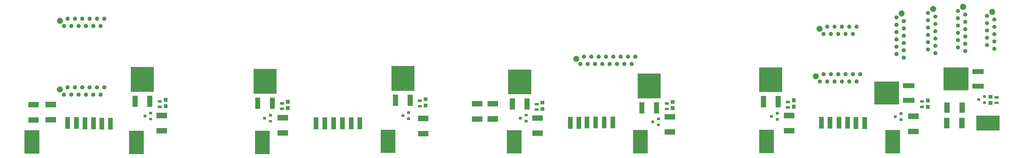
<source format=gbr>
G04 #@! TF.GenerationSoftware,KiCad,Pcbnew,5.0.2-bee76a0~70~ubuntu16.04.1*
G04 #@! TF.CreationDate,2019-11-05T16:02:31-05:00*
G04 #@! TF.ProjectId,DA_Board_1,44415f42-6f61-4726-945f-312e6b696361,rev?*
G04 #@! TF.SameCoordinates,Original*
G04 #@! TF.FileFunction,Soldermask,Top*
G04 #@! TF.FilePolarity,Negative*
%FSLAX46Y46*%
G04 Gerber Fmt 4.6, Leading zero omitted, Abs format (unit mm)*
G04 Created by KiCad (PCBNEW 5.0.2-bee76a0~70~ubuntu16.04.1) date Tue 05 Nov 2019 04:02:31 PM EST*
%MOMM*%
%LPD*%
G01*
G04 APERTURE LIST*
%ADD10C,0.100000*%
G04 APERTURE END LIST*
D10*
G36*
X78611300Y-186257900D02*
X73509300Y-186257900D01*
X73509300Y-178155900D01*
X78611300Y-178155900D01*
X78611300Y-186257900D01*
X78611300Y-186257900D01*
G37*
G36*
X122261200Y-186232500D02*
X117159200Y-186232500D01*
X117159200Y-178130500D01*
X122261200Y-178130500D01*
X122261200Y-186232500D01*
X122261200Y-186232500D01*
G37*
G36*
X42441700Y-186105500D02*
X37339700Y-186105500D01*
X37339700Y-178003500D01*
X42441700Y-178003500D01*
X42441700Y-186105500D01*
X42441700Y-186105500D01*
G37*
G36*
X209459400Y-186042000D02*
X204357400Y-186042000D01*
X204357400Y-177940000D01*
X209459400Y-177940000D01*
X209459400Y-186042000D01*
X209459400Y-186042000D01*
G37*
G36*
X340510700Y-186016600D02*
X335408700Y-186016600D01*
X335408700Y-177914600D01*
X340510700Y-177914600D01*
X340510700Y-186016600D01*
X340510700Y-186016600D01*
G37*
G36*
X253147400Y-185978500D02*
X248045400Y-185978500D01*
X248045400Y-177876500D01*
X253147400Y-177876500D01*
X253147400Y-185978500D01*
X253147400Y-185978500D01*
G37*
G36*
X296835400Y-185902300D02*
X291733400Y-185902300D01*
X291733400Y-177800300D01*
X296835400Y-177800300D01*
X296835400Y-185902300D01*
X296835400Y-185902300D01*
G37*
G36*
X165771400Y-185876900D02*
X160669400Y-185876900D01*
X160669400Y-177774900D01*
X165771400Y-177774900D01*
X165771400Y-185876900D01*
X165771400Y-185876900D01*
G37*
G36*
X177188000Y-180074500D02*
X173586000Y-180074500D01*
X173586000Y-178192500D01*
X177188000Y-178192500D01*
X177188000Y-180074500D01*
X177188000Y-180074500D01*
G37*
G36*
X216799300Y-179934800D02*
X213197300Y-179934800D01*
X213197300Y-178052800D01*
X216799300Y-178052800D01*
X216799300Y-179934800D01*
X216799300Y-179934800D01*
G37*
G36*
X128572400Y-179820500D02*
X124970400Y-179820500D01*
X124970400Y-177938500D01*
X128572400Y-177938500D01*
X128572400Y-179820500D01*
X128572400Y-179820500D01*
G37*
G36*
X262582800Y-179528400D02*
X258980800Y-179528400D01*
X258980800Y-177646400D01*
X262582800Y-177646400D01*
X262582800Y-179528400D01*
X262582800Y-179528400D01*
G37*
G36*
X346898100Y-179325200D02*
X343296100Y-179325200D01*
X343296100Y-177443200D01*
X346898100Y-177443200D01*
X346898100Y-179325200D01*
X346898100Y-179325200D01*
G37*
G36*
X303895900Y-179071200D02*
X300293900Y-179071200D01*
X300293900Y-177189200D01*
X303895900Y-177189200D01*
X303895900Y-179071200D01*
X303895900Y-179071200D01*
G37*
G36*
X86662400Y-179058500D02*
X83060400Y-179058500D01*
X83060400Y-177176500D01*
X86662400Y-177176500D01*
X86662400Y-179058500D01*
X86662400Y-179058500D01*
G37*
G36*
X374979900Y-178026900D02*
X366877900Y-178026900D01*
X366877900Y-172924900D01*
X374979900Y-172924900D01*
X374979900Y-178026900D01*
X374979900Y-178026900D01*
G37*
G36*
X67907800Y-177717400D02*
X66305800Y-177717400D01*
X66305800Y-173615400D01*
X67907800Y-173615400D01*
X67907800Y-177717400D01*
X67907800Y-177717400D01*
G37*
G36*
X64907800Y-177717400D02*
X63305800Y-177717400D01*
X63305800Y-173615400D01*
X64907800Y-173615400D01*
X64907800Y-177717400D01*
X64907800Y-177717400D01*
G37*
G36*
X59040400Y-177615800D02*
X57438400Y-177615800D01*
X57438400Y-173513800D01*
X59040400Y-173513800D01*
X59040400Y-177615800D01*
X59040400Y-177615800D01*
G37*
G36*
X62040400Y-177615800D02*
X60438400Y-177615800D01*
X60438400Y-173513800D01*
X62040400Y-173513800D01*
X62040400Y-177615800D01*
X62040400Y-177615800D01*
G37*
G36*
X148184500Y-177590400D02*
X146582500Y-177590400D01*
X146582500Y-173488400D01*
X148184500Y-173488400D01*
X148184500Y-177590400D01*
X148184500Y-177590400D01*
G37*
G36*
X139115300Y-177590400D02*
X137513300Y-177590400D01*
X137513300Y-173488400D01*
X139115300Y-173488400D01*
X139115300Y-177590400D01*
X139115300Y-177590400D01*
G37*
G36*
X142115300Y-177590400D02*
X140513300Y-177590400D01*
X140513300Y-173488400D01*
X142115300Y-173488400D01*
X142115300Y-177590400D01*
X142115300Y-177590400D01*
G37*
G36*
X145184500Y-177590400D02*
X143582500Y-177590400D01*
X143582500Y-173488400D01*
X145184500Y-173488400D01*
X145184500Y-177590400D01*
X145184500Y-177590400D01*
G37*
G36*
X154232500Y-177590400D02*
X152630500Y-177590400D01*
X152630500Y-173488400D01*
X154232500Y-173488400D01*
X154232500Y-177590400D01*
X154232500Y-177590400D01*
G37*
G36*
X151232500Y-177590400D02*
X149630500Y-177590400D01*
X149630500Y-173488400D01*
X151232500Y-173488400D01*
X151232500Y-177590400D01*
X151232500Y-177590400D01*
G37*
G36*
X329033900Y-177514200D02*
X327431900Y-177514200D01*
X327431900Y-173412200D01*
X329033900Y-173412200D01*
X329033900Y-177514200D01*
X329033900Y-177514200D01*
G37*
G36*
X326033900Y-177514200D02*
X324431900Y-177514200D01*
X324431900Y-173412200D01*
X326033900Y-173412200D01*
X326033900Y-177514200D01*
X326033900Y-177514200D01*
G37*
G36*
X53072800Y-177488800D02*
X51470800Y-177488800D01*
X51470800Y-173386800D01*
X53072800Y-173386800D01*
X53072800Y-177488800D01*
X53072800Y-177488800D01*
G37*
G36*
X56072800Y-177488800D02*
X54470800Y-177488800D01*
X54470800Y-173386800D01*
X56072800Y-173386800D01*
X56072800Y-177488800D01*
X56072800Y-177488800D01*
G37*
G36*
X227127700Y-177425300D02*
X225525700Y-177425300D01*
X225525700Y-173323300D01*
X227127700Y-173323300D01*
X227127700Y-177425300D01*
X227127700Y-177425300D01*
G37*
G36*
X230127700Y-177425300D02*
X228525700Y-177425300D01*
X228525700Y-173323300D01*
X230127700Y-173323300D01*
X230127700Y-177425300D01*
X230127700Y-177425300D01*
G37*
G36*
X320166500Y-177412600D02*
X318564500Y-177412600D01*
X318564500Y-173310600D01*
X320166500Y-173310600D01*
X320166500Y-177412600D01*
X320166500Y-177412600D01*
G37*
G36*
X314070500Y-177412600D02*
X312468500Y-177412600D01*
X312468500Y-173310600D01*
X314070500Y-173310600D01*
X314070500Y-177412600D01*
X314070500Y-177412600D01*
G37*
G36*
X323166500Y-177412600D02*
X321564500Y-177412600D01*
X321564500Y-173310600D01*
X323166500Y-173310600D01*
X323166500Y-177412600D01*
X323166500Y-177412600D01*
G37*
G36*
X317070500Y-177412600D02*
X315468500Y-177412600D01*
X315468500Y-173310600D01*
X317070500Y-173310600D01*
X317070500Y-177412600D01*
X317070500Y-177412600D01*
G37*
G36*
X238861100Y-177323700D02*
X237259100Y-177323700D01*
X237259100Y-173221700D01*
X238861100Y-173221700D01*
X238861100Y-177323700D01*
X238861100Y-177323700D01*
G37*
G36*
X235892100Y-177323700D02*
X234290100Y-177323700D01*
X234290100Y-173221700D01*
X235892100Y-173221700D01*
X235892100Y-177323700D01*
X235892100Y-177323700D01*
G37*
G36*
X232892100Y-177323700D02*
X231290100Y-177323700D01*
X231290100Y-173221700D01*
X232892100Y-173221700D01*
X232892100Y-177323700D01*
X232892100Y-177323700D01*
G37*
G36*
X241861100Y-177323700D02*
X240259100Y-177323700D01*
X240259100Y-173221700D01*
X241861100Y-173221700D01*
X241861100Y-177323700D01*
X241861100Y-177323700D01*
G37*
G36*
X362891000Y-177289600D02*
X361009000Y-177289600D01*
X361009000Y-173687600D01*
X362891000Y-173687600D01*
X362891000Y-177289600D01*
X362891000Y-177289600D01*
G37*
G36*
X357611000Y-177289600D02*
X355729000Y-177289600D01*
X355729000Y-173687600D01*
X357611000Y-173687600D01*
X357611000Y-177289600D01*
X357611000Y-177289600D01*
G37*
G36*
X257364600Y-176557800D02*
X256362600Y-176557800D01*
X256362600Y-175655800D01*
X257364600Y-175655800D01*
X257364600Y-176557800D01*
X257364600Y-176557800D01*
G37*
G36*
X255364600Y-175507800D02*
X254362600Y-175507800D01*
X254362600Y-174605800D01*
X255364600Y-174605800D01*
X255364600Y-175507800D01*
X255364600Y-175507800D01*
G37*
G36*
X42237800Y-175324700D02*
X38635800Y-175324700D01*
X38635800Y-173442700D01*
X42237800Y-173442700D01*
X42237800Y-175324700D01*
X42237800Y-175324700D01*
G37*
G36*
X122973200Y-175287800D02*
X121971200Y-175287800D01*
X121971200Y-174385800D01*
X122973200Y-174385800D01*
X122973200Y-175287800D01*
X122973200Y-175287800D01*
G37*
G36*
X211517600Y-175262400D02*
X210515600Y-175262400D01*
X210515600Y-174360400D01*
X211517600Y-174360400D01*
X211517600Y-175262400D01*
X211517600Y-175262400D01*
G37*
G36*
X48232200Y-175261200D02*
X44630200Y-175261200D01*
X44630200Y-173379200D01*
X48232200Y-173379200D01*
X48232200Y-175261200D01*
X48232200Y-175261200D01*
G37*
G36*
X195857000Y-174981800D02*
X192255000Y-174981800D01*
X192255000Y-173099800D01*
X195857000Y-173099800D01*
X195857000Y-174981800D01*
X195857000Y-174981800D01*
G37*
G36*
X201279900Y-174969100D02*
X197677900Y-174969100D01*
X197677900Y-173087100D01*
X201279900Y-173087100D01*
X201279900Y-174969100D01*
X201279900Y-174969100D01*
G37*
G36*
X177188000Y-174794500D02*
X173586000Y-174794500D01*
X173586000Y-172912500D01*
X177188000Y-172912500D01*
X177188000Y-174794500D01*
X177188000Y-174794500D01*
G37*
G36*
X341349700Y-174741700D02*
X340347700Y-174741700D01*
X340347700Y-173839700D01*
X341349700Y-173839700D01*
X341349700Y-174741700D01*
X341349700Y-174741700D01*
G37*
G36*
X216799300Y-174654800D02*
X213197300Y-174654800D01*
X213197300Y-172772800D01*
X216799300Y-172772800D01*
X216799300Y-174654800D01*
X216799300Y-174654800D01*
G37*
G36*
X298487200Y-174652800D02*
X297485200Y-174652800D01*
X297485200Y-173750800D01*
X298487200Y-173750800D01*
X298487200Y-174652800D01*
X298487200Y-174652800D01*
G37*
G36*
X128572400Y-174540500D02*
X124970400Y-174540500D01*
X124970400Y-172658500D01*
X128572400Y-172658500D01*
X128572400Y-174540500D01*
X128572400Y-174540500D01*
G37*
G36*
X81533100Y-174525800D02*
X80531100Y-174525800D01*
X80531100Y-173623800D01*
X81533100Y-173623800D01*
X81533100Y-174525800D01*
X81533100Y-174525800D01*
G37*
G36*
X257364600Y-174457800D02*
X256362600Y-174457800D01*
X256362600Y-173555800D01*
X257364600Y-173555800D01*
X257364600Y-174457800D01*
X257364600Y-174457800D01*
G37*
G36*
X170852200Y-174386100D02*
X169850200Y-174386100D01*
X169850200Y-173484100D01*
X170852200Y-173484100D01*
X170852200Y-174386100D01*
X170852200Y-174386100D01*
G37*
G36*
X262582800Y-174248400D02*
X258980800Y-174248400D01*
X258980800Y-172366400D01*
X262582800Y-172366400D01*
X262582800Y-174248400D01*
X262582800Y-174248400D01*
G37*
G36*
X120973200Y-174237800D02*
X119971200Y-174237800D01*
X119971200Y-173335800D01*
X120973200Y-173335800D01*
X120973200Y-174237800D01*
X120973200Y-174237800D01*
G37*
G36*
X209517600Y-174212400D02*
X208515600Y-174212400D01*
X208515600Y-173310400D01*
X209517600Y-173310400D01*
X209517600Y-174212400D01*
X209517600Y-174212400D01*
G37*
G36*
X346898100Y-174045200D02*
X343296100Y-174045200D01*
X343296100Y-172163200D01*
X346898100Y-172163200D01*
X346898100Y-174045200D01*
X346898100Y-174045200D01*
G37*
G36*
X303895900Y-173791200D02*
X300293900Y-173791200D01*
X300293900Y-171909200D01*
X303895900Y-171909200D01*
X303895900Y-173791200D01*
X303895900Y-173791200D01*
G37*
G36*
X86662400Y-173778500D02*
X83060400Y-173778500D01*
X83060400Y-171896500D01*
X86662400Y-171896500D01*
X86662400Y-173778500D01*
X86662400Y-173778500D01*
G37*
G36*
X339349700Y-173691700D02*
X338347700Y-173691700D01*
X338347700Y-172789700D01*
X339349700Y-172789700D01*
X339349700Y-173691700D01*
X339349700Y-173691700D01*
G37*
G36*
X296487200Y-173602800D02*
X295485200Y-173602800D01*
X295485200Y-172700800D01*
X296487200Y-172700800D01*
X296487200Y-173602800D01*
X296487200Y-173602800D01*
G37*
G36*
X79533100Y-173475800D02*
X78531100Y-173475800D01*
X78531100Y-172573800D01*
X79533100Y-172573800D01*
X79533100Y-173475800D01*
X79533100Y-173475800D01*
G37*
G36*
X168852200Y-173336100D02*
X167850200Y-173336100D01*
X167850200Y-172434100D01*
X168852200Y-172434100D01*
X168852200Y-173336100D01*
X168852200Y-173336100D01*
G37*
G36*
X122973200Y-173187800D02*
X121971200Y-173187800D01*
X121971200Y-172285800D01*
X122973200Y-172285800D01*
X122973200Y-173187800D01*
X122973200Y-173187800D01*
G37*
G36*
X211517600Y-173162400D02*
X210515600Y-173162400D01*
X210515600Y-172260400D01*
X211517600Y-172260400D01*
X211517600Y-173162400D01*
X211517600Y-173162400D01*
G37*
G36*
X341349700Y-172641700D02*
X340347700Y-172641700D01*
X340347700Y-171739700D01*
X341349700Y-171739700D01*
X341349700Y-172641700D01*
X341349700Y-172641700D01*
G37*
G36*
X298487200Y-172552800D02*
X297485200Y-172552800D01*
X297485200Y-171650800D01*
X298487200Y-171650800D01*
X298487200Y-172552800D01*
X298487200Y-172552800D01*
G37*
G36*
X81533100Y-172425800D02*
X80531100Y-172425800D01*
X80531100Y-171523800D01*
X81533100Y-171523800D01*
X81533100Y-172425800D01*
X81533100Y-172425800D01*
G37*
G36*
X170852200Y-172286100D02*
X169850200Y-172286100D01*
X169850200Y-171384100D01*
X170852200Y-171384100D01*
X170852200Y-172286100D01*
X170852200Y-172286100D01*
G37*
G36*
X257047700Y-172141000D02*
X255295700Y-172141000D01*
X255295700Y-168229000D01*
X257047700Y-168229000D01*
X257047700Y-172141000D01*
X257047700Y-172141000D01*
G37*
G36*
X251967700Y-172141000D02*
X250215700Y-172141000D01*
X250215700Y-168229000D01*
X251967700Y-168229000D01*
X251967700Y-172141000D01*
X251967700Y-172141000D01*
G37*
G36*
X357674500Y-171904800D02*
X355792500Y-171904800D01*
X355792500Y-168302800D01*
X357674500Y-168302800D01*
X357674500Y-171904800D01*
X357674500Y-171904800D01*
G37*
G36*
X362954500Y-171904800D02*
X361072500Y-171904800D01*
X361072500Y-168302800D01*
X362954500Y-168302800D01*
X362954500Y-171904800D01*
X362954500Y-171904800D01*
G37*
G36*
X217351100Y-171207100D02*
X216049100Y-171207100D01*
X216049100Y-169905100D01*
X217351100Y-169905100D01*
X217351100Y-171207100D01*
X217351100Y-171207100D01*
G37*
G36*
X215394500Y-171188100D02*
X213992500Y-171188100D01*
X213992500Y-170386100D01*
X215394500Y-170386100D01*
X215394500Y-171188100D01*
X215394500Y-171188100D01*
G37*
G36*
X260428700Y-170946800D02*
X259026700Y-170946800D01*
X259026700Y-170144800D01*
X260428700Y-170144800D01*
X260428700Y-170946800D01*
X260428700Y-170946800D01*
G37*
G36*
X127193000Y-170934100D02*
X125791000Y-170934100D01*
X125791000Y-170132100D01*
X127193000Y-170132100D01*
X127193000Y-170934100D01*
X127193000Y-170934100D01*
G37*
G36*
X262410700Y-170927700D02*
X261108700Y-170927700D01*
X261108700Y-169625700D01*
X262410700Y-169625700D01*
X262410700Y-170927700D01*
X262410700Y-170927700D01*
G37*
G36*
X129136900Y-170915000D02*
X127834900Y-170915000D01*
X127834900Y-169613000D01*
X129136900Y-169613000D01*
X129136900Y-170915000D01*
X129136900Y-170915000D01*
G37*
G36*
X212216700Y-170744000D02*
X210464700Y-170744000D01*
X210464700Y-166832000D01*
X212216700Y-166832000D01*
X212216700Y-170744000D01*
X212216700Y-170744000D01*
G37*
G36*
X207136700Y-170744000D02*
X205384700Y-170744000D01*
X205384700Y-166832000D01*
X207136700Y-166832000D01*
X207136700Y-170744000D01*
X207136700Y-170744000D01*
G37*
G36*
X124027900Y-170515400D02*
X122275900Y-170515400D01*
X122275900Y-166603400D01*
X124027900Y-166603400D01*
X124027900Y-170515400D01*
X124027900Y-170515400D01*
G37*
G36*
X118947900Y-170515400D02*
X117195900Y-170515400D01*
X117195900Y-166603400D01*
X118947900Y-166603400D01*
X118947900Y-170515400D01*
X118947900Y-170515400D01*
G37*
G36*
X350777300Y-170488100D02*
X349475300Y-170488100D01*
X349475300Y-169186100D01*
X350777300Y-169186100D01*
X350777300Y-170488100D01*
X350777300Y-170488100D01*
G37*
G36*
X302364100Y-170426100D02*
X300962100Y-170426100D01*
X300962100Y-169624100D01*
X302364100Y-169624100D01*
X302364100Y-170426100D01*
X302364100Y-170426100D01*
G37*
G36*
X304371500Y-170407000D02*
X303069500Y-170407000D01*
X303069500Y-169105000D01*
X304371500Y-169105000D01*
X304371500Y-170407000D01*
X304371500Y-170407000D01*
G37*
G36*
X348808000Y-170248300D02*
X347406000Y-170248300D01*
X347406000Y-169446300D01*
X348808000Y-169446300D01*
X348808000Y-170248300D01*
X348808000Y-170248300D01*
G37*
G36*
X86871300Y-170229200D02*
X85569300Y-170229200D01*
X85569300Y-168927200D01*
X86871300Y-168927200D01*
X86871300Y-170229200D01*
X86871300Y-170229200D01*
G37*
G36*
X84889300Y-170222900D02*
X83487300Y-170222900D01*
X83487300Y-169420900D01*
X84889300Y-169420900D01*
X84889300Y-170222900D01*
X84889300Y-170222900D01*
G37*
G36*
X42237800Y-170044700D02*
X38635800Y-170044700D01*
X38635800Y-168162700D01*
X42237800Y-168162700D01*
X42237800Y-170044700D01*
X42237800Y-170044700D01*
G37*
G36*
X176876200Y-170026000D02*
X175574200Y-170026000D01*
X175574200Y-168724000D01*
X176876200Y-168724000D01*
X176876200Y-170026000D01*
X176876200Y-170026000D01*
G37*
G36*
X174919600Y-170007000D02*
X173517600Y-170007000D01*
X173517600Y-169205000D01*
X174919600Y-169205000D01*
X174919600Y-170007000D01*
X174919600Y-170007000D01*
G37*
G36*
X48232200Y-169981200D02*
X44630200Y-169981200D01*
X44630200Y-168099200D01*
X48232200Y-168099200D01*
X48232200Y-169981200D01*
X48232200Y-169981200D01*
G37*
G36*
X294080900Y-169969300D02*
X292328900Y-169969300D01*
X292328900Y-166057300D01*
X294080900Y-166057300D01*
X294080900Y-169969300D01*
X294080900Y-169969300D01*
G37*
G36*
X299160900Y-169969300D02*
X297408900Y-169969300D01*
X297408900Y-166057300D01*
X299160900Y-166057300D01*
X299160900Y-169969300D01*
X299160900Y-169969300D01*
G37*
G36*
X76479100Y-169867700D02*
X74727100Y-169867700D01*
X74727100Y-165955700D01*
X76479100Y-165955700D01*
X76479100Y-169867700D01*
X76479100Y-169867700D01*
G37*
G36*
X81559100Y-169867700D02*
X79807100Y-169867700D01*
X79807100Y-165955700D01*
X81559100Y-165955700D01*
X81559100Y-169867700D01*
X81559100Y-169867700D01*
G37*
G36*
X195857000Y-169701800D02*
X192255000Y-169701800D01*
X192255000Y-167819800D01*
X195857000Y-167819800D01*
X195857000Y-169701800D01*
X195857000Y-169701800D01*
G37*
G36*
X201279900Y-169689100D02*
X197677900Y-169689100D01*
X197677900Y-167807100D01*
X201279900Y-167807100D01*
X201279900Y-169689100D01*
X201279900Y-169689100D01*
G37*
G36*
X171767200Y-169499400D02*
X170015200Y-169499400D01*
X170015200Y-165587400D01*
X171767200Y-165587400D01*
X171767200Y-169499400D01*
X171767200Y-169499400D01*
G37*
G36*
X166687200Y-169499400D02*
X164935200Y-169499400D01*
X164935200Y-165587400D01*
X166687200Y-165587400D01*
X166687200Y-169499400D01*
X166687200Y-169499400D01*
G37*
G36*
X215394500Y-169288100D02*
X213992500Y-169288100D01*
X213992500Y-168486100D01*
X215394500Y-168486100D01*
X215394500Y-169288100D01*
X215394500Y-169288100D01*
G37*
G36*
X372494300Y-169149700D02*
X371192300Y-169149700D01*
X371192300Y-167847700D01*
X372494300Y-167847700D01*
X372494300Y-169149700D01*
X372494300Y-169149700D01*
G37*
G36*
X260428700Y-169046800D02*
X259026700Y-169046800D01*
X259026700Y-168244800D01*
X260428700Y-168244800D01*
X260428700Y-169046800D01*
X260428700Y-169046800D01*
G37*
G36*
X127193000Y-169034100D02*
X125791000Y-169034100D01*
X125791000Y-168232100D01*
X127193000Y-168232100D01*
X127193000Y-169034100D01*
X127193000Y-169034100D01*
G37*
G36*
X340195600Y-169009800D02*
X331583600Y-169009800D01*
X331583600Y-161037800D01*
X340195600Y-161037800D01*
X340195600Y-169009800D01*
X340195600Y-169009800D01*
G37*
G36*
X217351100Y-169007100D02*
X216049100Y-169007100D01*
X216049100Y-167705100D01*
X217351100Y-167705100D01*
X217351100Y-169007100D01*
X217351100Y-169007100D01*
G37*
G36*
X374601700Y-168851300D02*
X373199700Y-168851300D01*
X373199700Y-168049300D01*
X374601700Y-168049300D01*
X374601700Y-168851300D01*
X374601700Y-168851300D01*
G37*
G36*
X370254900Y-168798100D02*
X369252900Y-168798100D01*
X369252900Y-167896100D01*
X370254900Y-167896100D01*
X370254900Y-168798100D01*
X370254900Y-168798100D01*
G37*
G36*
X262410700Y-168727700D02*
X261108700Y-168727700D01*
X261108700Y-167425700D01*
X262410700Y-167425700D01*
X262410700Y-168727700D01*
X262410700Y-168727700D01*
G37*
G36*
X129136900Y-168715000D02*
X127834900Y-168715000D01*
X127834900Y-167413000D01*
X129136900Y-167413000D01*
X129136900Y-168715000D01*
X129136900Y-168715000D01*
G37*
G36*
X302364100Y-168526100D02*
X300962100Y-168526100D01*
X300962100Y-167724100D01*
X302364100Y-167724100D01*
X302364100Y-168526100D01*
X302364100Y-168526100D01*
G37*
G36*
X345470600Y-168439800D02*
X341558600Y-168439800D01*
X341558600Y-166687800D01*
X345470600Y-166687800D01*
X345470600Y-168439800D01*
X345470600Y-168439800D01*
G37*
G36*
X348808000Y-168348300D02*
X347406000Y-168348300D01*
X347406000Y-167546300D01*
X348808000Y-167546300D01*
X348808000Y-168348300D01*
X348808000Y-168348300D01*
G37*
G36*
X84889300Y-168322900D02*
X83487300Y-168322900D01*
X83487300Y-167520900D01*
X84889300Y-167520900D01*
X84889300Y-168322900D01*
X84889300Y-168322900D01*
G37*
G36*
X350777300Y-168288100D02*
X349475300Y-168288100D01*
X349475300Y-166986100D01*
X350777300Y-166986100D01*
X350777300Y-168288100D01*
X350777300Y-168288100D01*
G37*
G36*
X304371500Y-168207000D02*
X303069500Y-168207000D01*
X303069500Y-166905000D01*
X304371500Y-166905000D01*
X304371500Y-168207000D01*
X304371500Y-168207000D01*
G37*
G36*
X174919600Y-168107000D02*
X173517600Y-168107000D01*
X173517600Y-167305000D01*
X174919600Y-167305000D01*
X174919600Y-168107000D01*
X174919600Y-168107000D01*
G37*
G36*
X86871300Y-168029200D02*
X85569300Y-168029200D01*
X85569300Y-166727200D01*
X86871300Y-166727200D01*
X86871300Y-168029200D01*
X86871300Y-168029200D01*
G37*
G36*
X176876200Y-167826000D02*
X175574200Y-167826000D01*
X175574200Y-166524000D01*
X176876200Y-166524000D01*
X176876200Y-167826000D01*
X176876200Y-167826000D01*
G37*
G36*
X368254900Y-167748100D02*
X367252900Y-167748100D01*
X367252900Y-166846100D01*
X368254900Y-166846100D01*
X368254900Y-167748100D01*
X368254900Y-167748100D01*
G37*
G36*
X374601700Y-166951300D02*
X373199700Y-166951300D01*
X373199700Y-166149300D01*
X374601700Y-166149300D01*
X374601700Y-166951300D01*
X374601700Y-166951300D01*
G37*
G36*
X372494300Y-166949700D02*
X371192300Y-166949700D01*
X371192300Y-165647700D01*
X372494300Y-165647700D01*
X372494300Y-166949700D01*
X372494300Y-166949700D01*
G37*
G36*
X257617700Y-166866000D02*
X249645700Y-166866000D01*
X249645700Y-158254000D01*
X257617700Y-158254000D01*
X257617700Y-166866000D01*
X257617700Y-166866000D01*
G37*
G36*
X370254900Y-166698100D02*
X369252900Y-166698100D01*
X369252900Y-165796100D01*
X370254900Y-165796100D01*
X370254900Y-166698100D01*
X370254900Y-166698100D01*
G37*
G36*
X61342272Y-164908538D02*
X61469849Y-164961382D01*
X61584665Y-165038100D01*
X61682300Y-165135735D01*
X61759018Y-165250551D01*
X61811862Y-165378128D01*
X61838800Y-165513556D01*
X61838800Y-165651644D01*
X61811862Y-165787072D01*
X61759018Y-165914649D01*
X61682300Y-166029465D01*
X61584665Y-166127100D01*
X61469849Y-166203818D01*
X61342272Y-166256662D01*
X61206844Y-166283600D01*
X61068756Y-166283600D01*
X60933328Y-166256662D01*
X60805751Y-166203818D01*
X60690935Y-166127100D01*
X60593300Y-166029465D01*
X60516582Y-165914649D01*
X60463738Y-165787072D01*
X60436800Y-165651644D01*
X60436800Y-165513556D01*
X60463738Y-165378128D01*
X60516582Y-165250551D01*
X60593300Y-165135735D01*
X60690935Y-165038100D01*
X60805751Y-164961382D01*
X60933328Y-164908538D01*
X61068756Y-164881600D01*
X61206844Y-164881600D01*
X61342272Y-164908538D01*
X61342272Y-164908538D01*
G37*
G36*
X53722272Y-164908538D02*
X53849849Y-164961382D01*
X53964665Y-165038100D01*
X54062300Y-165135735D01*
X54139018Y-165250551D01*
X54191862Y-165378128D01*
X54218800Y-165513556D01*
X54218800Y-165651644D01*
X54191862Y-165787072D01*
X54139018Y-165914649D01*
X54062300Y-166029465D01*
X53964665Y-166127100D01*
X53849849Y-166203818D01*
X53722272Y-166256662D01*
X53586844Y-166283600D01*
X53448756Y-166283600D01*
X53313328Y-166256662D01*
X53185751Y-166203818D01*
X53070935Y-166127100D01*
X52973300Y-166029465D01*
X52896582Y-165914649D01*
X52843738Y-165787072D01*
X52816800Y-165651644D01*
X52816800Y-165513556D01*
X52843738Y-165378128D01*
X52896582Y-165250551D01*
X52973300Y-165135735D01*
X53070935Y-165038100D01*
X53185751Y-164961382D01*
X53313328Y-164908538D01*
X53448756Y-164881600D01*
X53586844Y-164881600D01*
X53722272Y-164908538D01*
X53722272Y-164908538D01*
G37*
G36*
X51182272Y-164908538D02*
X51309849Y-164961382D01*
X51424665Y-165038100D01*
X51522300Y-165135735D01*
X51599018Y-165250551D01*
X51651862Y-165378128D01*
X51678800Y-165513556D01*
X51678800Y-165651644D01*
X51651862Y-165787072D01*
X51599018Y-165914649D01*
X51522300Y-166029465D01*
X51424665Y-166127100D01*
X51309849Y-166203818D01*
X51182272Y-166256662D01*
X51046844Y-166283600D01*
X50908756Y-166283600D01*
X50773328Y-166256662D01*
X50645751Y-166203818D01*
X50530935Y-166127100D01*
X50433300Y-166029465D01*
X50356582Y-165914649D01*
X50303738Y-165787072D01*
X50276800Y-165651644D01*
X50276800Y-165513556D01*
X50303738Y-165378128D01*
X50356582Y-165250551D01*
X50433300Y-165135735D01*
X50530935Y-165038100D01*
X50645751Y-164961382D01*
X50773328Y-164908538D01*
X50908756Y-164881600D01*
X51046844Y-164881600D01*
X51182272Y-164908538D01*
X51182272Y-164908538D01*
G37*
G36*
X63882272Y-164908538D02*
X64009849Y-164961382D01*
X64124665Y-165038100D01*
X64222300Y-165135735D01*
X64299018Y-165250551D01*
X64351862Y-165378128D01*
X64378800Y-165513556D01*
X64378800Y-165651644D01*
X64351862Y-165787072D01*
X64299018Y-165914649D01*
X64222300Y-166029465D01*
X64124665Y-166127100D01*
X64009849Y-166203818D01*
X63882272Y-166256662D01*
X63746844Y-166283600D01*
X63608756Y-166283600D01*
X63473328Y-166256662D01*
X63345751Y-166203818D01*
X63230935Y-166127100D01*
X63133300Y-166029465D01*
X63056582Y-165914649D01*
X63003738Y-165787072D01*
X62976800Y-165651644D01*
X62976800Y-165513556D01*
X63003738Y-165378128D01*
X63056582Y-165250551D01*
X63133300Y-165135735D01*
X63230935Y-165038100D01*
X63345751Y-164961382D01*
X63473328Y-164908538D01*
X63608756Y-164881600D01*
X63746844Y-164881600D01*
X63882272Y-164908538D01*
X63882272Y-164908538D01*
G37*
G36*
X56262272Y-164908538D02*
X56389849Y-164961382D01*
X56504665Y-165038100D01*
X56602300Y-165135735D01*
X56679018Y-165250551D01*
X56731862Y-165378128D01*
X56758800Y-165513556D01*
X56758800Y-165651644D01*
X56731862Y-165787072D01*
X56679018Y-165914649D01*
X56602300Y-166029465D01*
X56504665Y-166127100D01*
X56389849Y-166203818D01*
X56262272Y-166256662D01*
X56126844Y-166283600D01*
X55988756Y-166283600D01*
X55853328Y-166256662D01*
X55725751Y-166203818D01*
X55610935Y-166127100D01*
X55513300Y-166029465D01*
X55436582Y-165914649D01*
X55383738Y-165787072D01*
X55356800Y-165651644D01*
X55356800Y-165513556D01*
X55383738Y-165378128D01*
X55436582Y-165250551D01*
X55513300Y-165135735D01*
X55610935Y-165038100D01*
X55725751Y-164961382D01*
X55853328Y-164908538D01*
X55988756Y-164881600D01*
X56126844Y-164881600D01*
X56262272Y-164908538D01*
X56262272Y-164908538D01*
G37*
G36*
X58802272Y-164908538D02*
X58929849Y-164961382D01*
X59044665Y-165038100D01*
X59142300Y-165135735D01*
X59219018Y-165250551D01*
X59271862Y-165378128D01*
X59298800Y-165513556D01*
X59298800Y-165651644D01*
X59271862Y-165787072D01*
X59219018Y-165914649D01*
X59142300Y-166029465D01*
X59044665Y-166127100D01*
X58929849Y-166203818D01*
X58802272Y-166256662D01*
X58666844Y-166283600D01*
X58528756Y-166283600D01*
X58393328Y-166256662D01*
X58265751Y-166203818D01*
X58150935Y-166127100D01*
X58053300Y-166029465D01*
X57976582Y-165914649D01*
X57923738Y-165787072D01*
X57896800Y-165651644D01*
X57896800Y-165513556D01*
X57923738Y-165378128D01*
X57976582Y-165250551D01*
X58053300Y-165135735D01*
X58150935Y-165038100D01*
X58265751Y-164961382D01*
X58393328Y-164908538D01*
X58528756Y-164881600D01*
X58666844Y-164881600D01*
X58802272Y-164908538D01*
X58802272Y-164908538D01*
G37*
G36*
X212786700Y-165469000D02*
X204814700Y-165469000D01*
X204814700Y-156857000D01*
X212786700Y-156857000D01*
X212786700Y-165469000D01*
X212786700Y-165469000D01*
G37*
G36*
X124597900Y-165240400D02*
X116625900Y-165240400D01*
X116625900Y-156628400D01*
X124597900Y-156628400D01*
X124597900Y-165240400D01*
X124597900Y-165240400D01*
G37*
G36*
X49884365Y-162771989D02*
X50075634Y-162851215D01*
X50247776Y-162966237D01*
X50394163Y-163112624D01*
X50509185Y-163284766D01*
X50588411Y-163476035D01*
X50628800Y-163679084D01*
X50628800Y-163886116D01*
X50588411Y-164089165D01*
X50509185Y-164280434D01*
X50394163Y-164452576D01*
X50247776Y-164598963D01*
X50075634Y-164713985D01*
X49884365Y-164793211D01*
X49681316Y-164833600D01*
X49474284Y-164833600D01*
X49271235Y-164793211D01*
X49079966Y-164713985D01*
X48907824Y-164598963D01*
X48761437Y-164452576D01*
X48646415Y-164280434D01*
X48567189Y-164089165D01*
X48526800Y-163886116D01*
X48526800Y-163679084D01*
X48567189Y-163476035D01*
X48646415Y-163284766D01*
X48761437Y-163112624D01*
X48907824Y-162966237D01*
X49079966Y-162851215D01*
X49271235Y-162771989D01*
X49474284Y-162731600D01*
X49681316Y-162731600D01*
X49884365Y-162771989D01*
X49884365Y-162771989D01*
G37*
G36*
X299730900Y-164694300D02*
X291758900Y-164694300D01*
X291758900Y-156082300D01*
X299730900Y-156082300D01*
X299730900Y-164694300D01*
X299730900Y-164694300D01*
G37*
G36*
X82129100Y-164592700D02*
X74157100Y-164592700D01*
X74157100Y-155980700D01*
X82129100Y-155980700D01*
X82129100Y-164592700D01*
X82129100Y-164592700D01*
G37*
G36*
X172337200Y-164224400D02*
X164365200Y-164224400D01*
X164365200Y-155612400D01*
X172337200Y-155612400D01*
X172337200Y-164224400D01*
X172337200Y-164224400D01*
G37*
G36*
X364185900Y-164094900D02*
X355573900Y-164094900D01*
X355573900Y-156122900D01*
X364185900Y-156122900D01*
X364185900Y-164094900D01*
X364185900Y-164094900D01*
G37*
G36*
X54992272Y-162368538D02*
X55119849Y-162421382D01*
X55234665Y-162498100D01*
X55332300Y-162595735D01*
X55409018Y-162710551D01*
X55461862Y-162838128D01*
X55488800Y-162973556D01*
X55488800Y-163111644D01*
X55461862Y-163247072D01*
X55409018Y-163374649D01*
X55332300Y-163489465D01*
X55234665Y-163587100D01*
X55119849Y-163663818D01*
X54992272Y-163716662D01*
X54856844Y-163743600D01*
X54718756Y-163743600D01*
X54583328Y-163716662D01*
X54455751Y-163663818D01*
X54340935Y-163587100D01*
X54243300Y-163489465D01*
X54166582Y-163374649D01*
X54113738Y-163247072D01*
X54086800Y-163111644D01*
X54086800Y-162973556D01*
X54113738Y-162838128D01*
X54166582Y-162710551D01*
X54243300Y-162595735D01*
X54340935Y-162498100D01*
X54455751Y-162421382D01*
X54583328Y-162368538D01*
X54718756Y-162341600D01*
X54856844Y-162341600D01*
X54992272Y-162368538D01*
X54992272Y-162368538D01*
G37*
G36*
X52452272Y-162368538D02*
X52579849Y-162421382D01*
X52694665Y-162498100D01*
X52792300Y-162595735D01*
X52869018Y-162710551D01*
X52921862Y-162838128D01*
X52948800Y-162973556D01*
X52948800Y-163111644D01*
X52921862Y-163247072D01*
X52869018Y-163374649D01*
X52792300Y-163489465D01*
X52694665Y-163587100D01*
X52579849Y-163663818D01*
X52452272Y-163716662D01*
X52316844Y-163743600D01*
X52178756Y-163743600D01*
X52043328Y-163716662D01*
X51915751Y-163663818D01*
X51800935Y-163587100D01*
X51703300Y-163489465D01*
X51626582Y-163374649D01*
X51573738Y-163247072D01*
X51546800Y-163111644D01*
X51546800Y-162973556D01*
X51573738Y-162838128D01*
X51626582Y-162710551D01*
X51703300Y-162595735D01*
X51800935Y-162498100D01*
X51915751Y-162421382D01*
X52043328Y-162368538D01*
X52178756Y-162341600D01*
X52316844Y-162341600D01*
X52452272Y-162368538D01*
X52452272Y-162368538D01*
G37*
G36*
X57532272Y-162368538D02*
X57659849Y-162421382D01*
X57774665Y-162498100D01*
X57872300Y-162595735D01*
X57949018Y-162710551D01*
X58001862Y-162838128D01*
X58028800Y-162973556D01*
X58028800Y-163111644D01*
X58001862Y-163247072D01*
X57949018Y-163374649D01*
X57872300Y-163489465D01*
X57774665Y-163587100D01*
X57659849Y-163663818D01*
X57532272Y-163716662D01*
X57396844Y-163743600D01*
X57258756Y-163743600D01*
X57123328Y-163716662D01*
X56995751Y-163663818D01*
X56880935Y-163587100D01*
X56783300Y-163489465D01*
X56706582Y-163374649D01*
X56653738Y-163247072D01*
X56626800Y-163111644D01*
X56626800Y-162973556D01*
X56653738Y-162838128D01*
X56706582Y-162710551D01*
X56783300Y-162595735D01*
X56880935Y-162498100D01*
X56995751Y-162421382D01*
X57123328Y-162368538D01*
X57258756Y-162341600D01*
X57396844Y-162341600D01*
X57532272Y-162368538D01*
X57532272Y-162368538D01*
G37*
G36*
X60072272Y-162368538D02*
X60199849Y-162421382D01*
X60314665Y-162498100D01*
X60412300Y-162595735D01*
X60489018Y-162710551D01*
X60541862Y-162838128D01*
X60568800Y-162973556D01*
X60568800Y-163111644D01*
X60541862Y-163247072D01*
X60489018Y-163374649D01*
X60412300Y-163489465D01*
X60314665Y-163587100D01*
X60199849Y-163663818D01*
X60072272Y-163716662D01*
X59936844Y-163743600D01*
X59798756Y-163743600D01*
X59663328Y-163716662D01*
X59535751Y-163663818D01*
X59420935Y-163587100D01*
X59323300Y-163489465D01*
X59246582Y-163374649D01*
X59193738Y-163247072D01*
X59166800Y-163111644D01*
X59166800Y-162973556D01*
X59193738Y-162838128D01*
X59246582Y-162710551D01*
X59323300Y-162595735D01*
X59420935Y-162498100D01*
X59535751Y-162421382D01*
X59663328Y-162368538D01*
X59798756Y-162341600D01*
X59936844Y-162341600D01*
X60072272Y-162368538D01*
X60072272Y-162368538D01*
G37*
G36*
X65152272Y-162368538D02*
X65279849Y-162421382D01*
X65394665Y-162498100D01*
X65492300Y-162595735D01*
X65569018Y-162710551D01*
X65621862Y-162838128D01*
X65648800Y-162973556D01*
X65648800Y-163111644D01*
X65621862Y-163247072D01*
X65569018Y-163374649D01*
X65492300Y-163489465D01*
X65394665Y-163587100D01*
X65279849Y-163663818D01*
X65152272Y-163716662D01*
X65016844Y-163743600D01*
X64878756Y-163743600D01*
X64743328Y-163716662D01*
X64615751Y-163663818D01*
X64500935Y-163587100D01*
X64403300Y-163489465D01*
X64326582Y-163374649D01*
X64273738Y-163247072D01*
X64246800Y-163111644D01*
X64246800Y-162973556D01*
X64273738Y-162838128D01*
X64326582Y-162710551D01*
X64403300Y-162595735D01*
X64500935Y-162498100D01*
X64615751Y-162421382D01*
X64743328Y-162368538D01*
X64878756Y-162341600D01*
X65016844Y-162341600D01*
X65152272Y-162368538D01*
X65152272Y-162368538D01*
G37*
G36*
X62612272Y-162368538D02*
X62739849Y-162421382D01*
X62854665Y-162498100D01*
X62952300Y-162595735D01*
X63029018Y-162710551D01*
X63081862Y-162838128D01*
X63108800Y-162973556D01*
X63108800Y-163111644D01*
X63081862Y-163247072D01*
X63029018Y-163374649D01*
X62952300Y-163489465D01*
X62854665Y-163587100D01*
X62739849Y-163663818D01*
X62612272Y-163716662D01*
X62476844Y-163743600D01*
X62338756Y-163743600D01*
X62203328Y-163716662D01*
X62075751Y-163663818D01*
X61960935Y-163587100D01*
X61863300Y-163489465D01*
X61786582Y-163374649D01*
X61733738Y-163247072D01*
X61706800Y-163111644D01*
X61706800Y-162973556D01*
X61733738Y-162838128D01*
X61786582Y-162710551D01*
X61863300Y-162595735D01*
X61960935Y-162498100D01*
X62075751Y-162421382D01*
X62203328Y-162368538D01*
X62338756Y-162341600D01*
X62476844Y-162341600D01*
X62612272Y-162368538D01*
X62612272Y-162368538D01*
G37*
G36*
X369460900Y-163524900D02*
X365548900Y-163524900D01*
X365548900Y-161772900D01*
X369460900Y-161772900D01*
X369460900Y-163524900D01*
X369460900Y-163524900D01*
G37*
G36*
X345470600Y-163359800D02*
X341558600Y-163359800D01*
X341558600Y-161607800D01*
X345470600Y-161607800D01*
X345470600Y-163359800D01*
X345470600Y-163359800D01*
G37*
G36*
X312954672Y-160336538D02*
X313082249Y-160389382D01*
X313197065Y-160466100D01*
X313294700Y-160563735D01*
X313371418Y-160678551D01*
X313424262Y-160806128D01*
X313451200Y-160941556D01*
X313451200Y-161079644D01*
X313424262Y-161215072D01*
X313371418Y-161342649D01*
X313294700Y-161457465D01*
X313197065Y-161555100D01*
X313082249Y-161631818D01*
X312954672Y-161684662D01*
X312819244Y-161711600D01*
X312681156Y-161711600D01*
X312545728Y-161684662D01*
X312418151Y-161631818D01*
X312303335Y-161555100D01*
X312205700Y-161457465D01*
X312128982Y-161342649D01*
X312076138Y-161215072D01*
X312049200Y-161079644D01*
X312049200Y-160941556D01*
X312076138Y-160806128D01*
X312128982Y-160678551D01*
X312205700Y-160563735D01*
X312303335Y-160466100D01*
X312418151Y-160389382D01*
X312545728Y-160336538D01*
X312681156Y-160309600D01*
X312819244Y-160309600D01*
X312954672Y-160336538D01*
X312954672Y-160336538D01*
G37*
G36*
X325654672Y-160336538D02*
X325782249Y-160389382D01*
X325897065Y-160466100D01*
X325994700Y-160563735D01*
X326071418Y-160678551D01*
X326124262Y-160806128D01*
X326151200Y-160941556D01*
X326151200Y-161079644D01*
X326124262Y-161215072D01*
X326071418Y-161342649D01*
X325994700Y-161457465D01*
X325897065Y-161555100D01*
X325782249Y-161631818D01*
X325654672Y-161684662D01*
X325519244Y-161711600D01*
X325381156Y-161711600D01*
X325245728Y-161684662D01*
X325118151Y-161631818D01*
X325003335Y-161555100D01*
X324905700Y-161457465D01*
X324828982Y-161342649D01*
X324776138Y-161215072D01*
X324749200Y-161079644D01*
X324749200Y-160941556D01*
X324776138Y-160806128D01*
X324828982Y-160678551D01*
X324905700Y-160563735D01*
X325003335Y-160466100D01*
X325118151Y-160389382D01*
X325245728Y-160336538D01*
X325381156Y-160309600D01*
X325519244Y-160309600D01*
X325654672Y-160336538D01*
X325654672Y-160336538D01*
G37*
G36*
X323114672Y-160336538D02*
X323242249Y-160389382D01*
X323357065Y-160466100D01*
X323454700Y-160563735D01*
X323531418Y-160678551D01*
X323584262Y-160806128D01*
X323611200Y-160941556D01*
X323611200Y-161079644D01*
X323584262Y-161215072D01*
X323531418Y-161342649D01*
X323454700Y-161457465D01*
X323357065Y-161555100D01*
X323242249Y-161631818D01*
X323114672Y-161684662D01*
X322979244Y-161711600D01*
X322841156Y-161711600D01*
X322705728Y-161684662D01*
X322578151Y-161631818D01*
X322463335Y-161555100D01*
X322365700Y-161457465D01*
X322288982Y-161342649D01*
X322236138Y-161215072D01*
X322209200Y-161079644D01*
X322209200Y-160941556D01*
X322236138Y-160806128D01*
X322288982Y-160678551D01*
X322365700Y-160563735D01*
X322463335Y-160466100D01*
X322578151Y-160389382D01*
X322705728Y-160336538D01*
X322841156Y-160309600D01*
X322979244Y-160309600D01*
X323114672Y-160336538D01*
X323114672Y-160336538D01*
G37*
G36*
X318034672Y-160336538D02*
X318162249Y-160389382D01*
X318277065Y-160466100D01*
X318374700Y-160563735D01*
X318451418Y-160678551D01*
X318504262Y-160806128D01*
X318531200Y-160941556D01*
X318531200Y-161079644D01*
X318504262Y-161215072D01*
X318451418Y-161342649D01*
X318374700Y-161457465D01*
X318277065Y-161555100D01*
X318162249Y-161631818D01*
X318034672Y-161684662D01*
X317899244Y-161711600D01*
X317761156Y-161711600D01*
X317625728Y-161684662D01*
X317498151Y-161631818D01*
X317383335Y-161555100D01*
X317285700Y-161457465D01*
X317208982Y-161342649D01*
X317156138Y-161215072D01*
X317129200Y-161079644D01*
X317129200Y-160941556D01*
X317156138Y-160806128D01*
X317208982Y-160678551D01*
X317285700Y-160563735D01*
X317383335Y-160466100D01*
X317498151Y-160389382D01*
X317625728Y-160336538D01*
X317761156Y-160309600D01*
X317899244Y-160309600D01*
X318034672Y-160336538D01*
X318034672Y-160336538D01*
G37*
G36*
X320574672Y-160336538D02*
X320702249Y-160389382D01*
X320817065Y-160466100D01*
X320914700Y-160563735D01*
X320991418Y-160678551D01*
X321044262Y-160806128D01*
X321071200Y-160941556D01*
X321071200Y-161079644D01*
X321044262Y-161215072D01*
X320991418Y-161342649D01*
X320914700Y-161457465D01*
X320817065Y-161555100D01*
X320702249Y-161631818D01*
X320574672Y-161684662D01*
X320439244Y-161711600D01*
X320301156Y-161711600D01*
X320165728Y-161684662D01*
X320038151Y-161631818D01*
X319923335Y-161555100D01*
X319825700Y-161457465D01*
X319748982Y-161342649D01*
X319696138Y-161215072D01*
X319669200Y-161079644D01*
X319669200Y-160941556D01*
X319696138Y-160806128D01*
X319748982Y-160678551D01*
X319825700Y-160563735D01*
X319923335Y-160466100D01*
X320038151Y-160389382D01*
X320165728Y-160336538D01*
X320301156Y-160309600D01*
X320439244Y-160309600D01*
X320574672Y-160336538D01*
X320574672Y-160336538D01*
G37*
G36*
X315494672Y-160336538D02*
X315622249Y-160389382D01*
X315737065Y-160466100D01*
X315834700Y-160563735D01*
X315911418Y-160678551D01*
X315964262Y-160806128D01*
X315991200Y-160941556D01*
X315991200Y-161079644D01*
X315964262Y-161215072D01*
X315911418Y-161342649D01*
X315834700Y-161457465D01*
X315737065Y-161555100D01*
X315622249Y-161631818D01*
X315494672Y-161684662D01*
X315359244Y-161711600D01*
X315221156Y-161711600D01*
X315085728Y-161684662D01*
X314958151Y-161631818D01*
X314843335Y-161555100D01*
X314745700Y-161457465D01*
X314668982Y-161342649D01*
X314616138Y-161215072D01*
X314589200Y-161079644D01*
X314589200Y-160941556D01*
X314616138Y-160806128D01*
X314668982Y-160678551D01*
X314745700Y-160563735D01*
X314843335Y-160466100D01*
X314958151Y-160389382D01*
X315085728Y-160336538D01*
X315221156Y-160309600D01*
X315359244Y-160309600D01*
X315494672Y-160336538D01*
X315494672Y-160336538D01*
G37*
G36*
X311656765Y-158199989D02*
X311848034Y-158279215D01*
X312020176Y-158394237D01*
X312166563Y-158540624D01*
X312281585Y-158712766D01*
X312360811Y-158904035D01*
X312401200Y-159107084D01*
X312401200Y-159314116D01*
X312360811Y-159517165D01*
X312281585Y-159708434D01*
X312166563Y-159880576D01*
X312020176Y-160026963D01*
X311848034Y-160141985D01*
X311656765Y-160221211D01*
X311453716Y-160261600D01*
X311246684Y-160261600D01*
X311043635Y-160221211D01*
X310852366Y-160141985D01*
X310680224Y-160026963D01*
X310533837Y-159880576D01*
X310418815Y-159708434D01*
X310339589Y-159517165D01*
X310299200Y-159314116D01*
X310299200Y-159107084D01*
X310339589Y-158904035D01*
X310418815Y-158712766D01*
X310533837Y-158540624D01*
X310680224Y-158394237D01*
X310852366Y-158279215D01*
X311043635Y-158199989D01*
X311246684Y-158159600D01*
X311453716Y-158159600D01*
X311656765Y-158199989D01*
X311656765Y-158199989D01*
G37*
G36*
X326924672Y-157796538D02*
X327052249Y-157849382D01*
X327167065Y-157926100D01*
X327264700Y-158023735D01*
X327341418Y-158138551D01*
X327394262Y-158266128D01*
X327421200Y-158401556D01*
X327421200Y-158539644D01*
X327394262Y-158675072D01*
X327341418Y-158802649D01*
X327264700Y-158917465D01*
X327167065Y-159015100D01*
X327052249Y-159091818D01*
X326924672Y-159144662D01*
X326789244Y-159171600D01*
X326651156Y-159171600D01*
X326515728Y-159144662D01*
X326388151Y-159091818D01*
X326273335Y-159015100D01*
X326175700Y-158917465D01*
X326098982Y-158802649D01*
X326046138Y-158675072D01*
X326019200Y-158539644D01*
X326019200Y-158401556D01*
X326046138Y-158266128D01*
X326098982Y-158138551D01*
X326175700Y-158023735D01*
X326273335Y-157926100D01*
X326388151Y-157849382D01*
X326515728Y-157796538D01*
X326651156Y-157769600D01*
X326789244Y-157769600D01*
X326924672Y-157796538D01*
X326924672Y-157796538D01*
G37*
G36*
X321844672Y-157796538D02*
X321972249Y-157849382D01*
X322087065Y-157926100D01*
X322184700Y-158023735D01*
X322261418Y-158138551D01*
X322314262Y-158266128D01*
X322341200Y-158401556D01*
X322341200Y-158539644D01*
X322314262Y-158675072D01*
X322261418Y-158802649D01*
X322184700Y-158917465D01*
X322087065Y-159015100D01*
X321972249Y-159091818D01*
X321844672Y-159144662D01*
X321709244Y-159171600D01*
X321571156Y-159171600D01*
X321435728Y-159144662D01*
X321308151Y-159091818D01*
X321193335Y-159015100D01*
X321095700Y-158917465D01*
X321018982Y-158802649D01*
X320966138Y-158675072D01*
X320939200Y-158539644D01*
X320939200Y-158401556D01*
X320966138Y-158266128D01*
X321018982Y-158138551D01*
X321095700Y-158023735D01*
X321193335Y-157926100D01*
X321308151Y-157849382D01*
X321435728Y-157796538D01*
X321571156Y-157769600D01*
X321709244Y-157769600D01*
X321844672Y-157796538D01*
X321844672Y-157796538D01*
G37*
G36*
X324384672Y-157796538D02*
X324512249Y-157849382D01*
X324627065Y-157926100D01*
X324724700Y-158023735D01*
X324801418Y-158138551D01*
X324854262Y-158266128D01*
X324881200Y-158401556D01*
X324881200Y-158539644D01*
X324854262Y-158675072D01*
X324801418Y-158802649D01*
X324724700Y-158917465D01*
X324627065Y-159015100D01*
X324512249Y-159091818D01*
X324384672Y-159144662D01*
X324249244Y-159171600D01*
X324111156Y-159171600D01*
X323975728Y-159144662D01*
X323848151Y-159091818D01*
X323733335Y-159015100D01*
X323635700Y-158917465D01*
X323558982Y-158802649D01*
X323506138Y-158675072D01*
X323479200Y-158539644D01*
X323479200Y-158401556D01*
X323506138Y-158266128D01*
X323558982Y-158138551D01*
X323635700Y-158023735D01*
X323733335Y-157926100D01*
X323848151Y-157849382D01*
X323975728Y-157796538D01*
X324111156Y-157769600D01*
X324249244Y-157769600D01*
X324384672Y-157796538D01*
X324384672Y-157796538D01*
G37*
G36*
X319304672Y-157796538D02*
X319432249Y-157849382D01*
X319547065Y-157926100D01*
X319644700Y-158023735D01*
X319721418Y-158138551D01*
X319774262Y-158266128D01*
X319801200Y-158401556D01*
X319801200Y-158539644D01*
X319774262Y-158675072D01*
X319721418Y-158802649D01*
X319644700Y-158917465D01*
X319547065Y-159015100D01*
X319432249Y-159091818D01*
X319304672Y-159144662D01*
X319169244Y-159171600D01*
X319031156Y-159171600D01*
X318895728Y-159144662D01*
X318768151Y-159091818D01*
X318653335Y-159015100D01*
X318555700Y-158917465D01*
X318478982Y-158802649D01*
X318426138Y-158675072D01*
X318399200Y-158539644D01*
X318399200Y-158401556D01*
X318426138Y-158266128D01*
X318478982Y-158138551D01*
X318555700Y-158023735D01*
X318653335Y-157926100D01*
X318768151Y-157849382D01*
X318895728Y-157796538D01*
X319031156Y-157769600D01*
X319169244Y-157769600D01*
X319304672Y-157796538D01*
X319304672Y-157796538D01*
G37*
G36*
X314224672Y-157796538D02*
X314352249Y-157849382D01*
X314467065Y-157926100D01*
X314564700Y-158023735D01*
X314641418Y-158138551D01*
X314694262Y-158266128D01*
X314721200Y-158401556D01*
X314721200Y-158539644D01*
X314694262Y-158675072D01*
X314641418Y-158802649D01*
X314564700Y-158917465D01*
X314467065Y-159015100D01*
X314352249Y-159091818D01*
X314224672Y-159144662D01*
X314089244Y-159171600D01*
X313951156Y-159171600D01*
X313815728Y-159144662D01*
X313688151Y-159091818D01*
X313573335Y-159015100D01*
X313475700Y-158917465D01*
X313398982Y-158802649D01*
X313346138Y-158675072D01*
X313319200Y-158539644D01*
X313319200Y-158401556D01*
X313346138Y-158266128D01*
X313398982Y-158138551D01*
X313475700Y-158023735D01*
X313573335Y-157926100D01*
X313688151Y-157849382D01*
X313815728Y-157796538D01*
X313951156Y-157769600D01*
X314089244Y-157769600D01*
X314224672Y-157796538D01*
X314224672Y-157796538D01*
G37*
G36*
X316764672Y-157796538D02*
X316892249Y-157849382D01*
X317007065Y-157926100D01*
X317104700Y-158023735D01*
X317181418Y-158138551D01*
X317234262Y-158266128D01*
X317261200Y-158401556D01*
X317261200Y-158539644D01*
X317234262Y-158675072D01*
X317181418Y-158802649D01*
X317104700Y-158917465D01*
X317007065Y-159015100D01*
X316892249Y-159091818D01*
X316764672Y-159144662D01*
X316629244Y-159171600D01*
X316491156Y-159171600D01*
X316355728Y-159144662D01*
X316228151Y-159091818D01*
X316113335Y-159015100D01*
X316015700Y-158917465D01*
X315938982Y-158802649D01*
X315886138Y-158675072D01*
X315859200Y-158539644D01*
X315859200Y-158401556D01*
X315886138Y-158266128D01*
X315938982Y-158138551D01*
X316015700Y-158023735D01*
X316113335Y-157926100D01*
X316228151Y-157849382D01*
X316355728Y-157796538D01*
X316491156Y-157769600D01*
X316629244Y-157769600D01*
X316764672Y-157796538D01*
X316764672Y-157796538D01*
G37*
G36*
X369460900Y-158444900D02*
X365548900Y-158444900D01*
X365548900Y-156692900D01*
X369460900Y-156692900D01*
X369460900Y-158444900D01*
X369460900Y-158444900D01*
G37*
G36*
X235078272Y-154240538D02*
X235205849Y-154293382D01*
X235320665Y-154370100D01*
X235418300Y-154467735D01*
X235495018Y-154582551D01*
X235547862Y-154710128D01*
X235574800Y-154845556D01*
X235574800Y-154983644D01*
X235547862Y-155119072D01*
X235495018Y-155246649D01*
X235418300Y-155361465D01*
X235320665Y-155459100D01*
X235205849Y-155535818D01*
X235078272Y-155588662D01*
X234942844Y-155615600D01*
X234804756Y-155615600D01*
X234669328Y-155588662D01*
X234541751Y-155535818D01*
X234426935Y-155459100D01*
X234329300Y-155361465D01*
X234252582Y-155246649D01*
X234199738Y-155119072D01*
X234172800Y-154983644D01*
X234172800Y-154845556D01*
X234199738Y-154710128D01*
X234252582Y-154582551D01*
X234329300Y-154467735D01*
X234426935Y-154370100D01*
X234541751Y-154293382D01*
X234669328Y-154240538D01*
X234804756Y-154213600D01*
X234942844Y-154213600D01*
X235078272Y-154240538D01*
X235078272Y-154240538D01*
G37*
G36*
X229998272Y-154240538D02*
X230125849Y-154293382D01*
X230240665Y-154370100D01*
X230338300Y-154467735D01*
X230415018Y-154582551D01*
X230467862Y-154710128D01*
X230494800Y-154845556D01*
X230494800Y-154983644D01*
X230467862Y-155119072D01*
X230415018Y-155246649D01*
X230338300Y-155361465D01*
X230240665Y-155459100D01*
X230125849Y-155535818D01*
X229998272Y-155588662D01*
X229862844Y-155615600D01*
X229724756Y-155615600D01*
X229589328Y-155588662D01*
X229461751Y-155535818D01*
X229346935Y-155459100D01*
X229249300Y-155361465D01*
X229172582Y-155246649D01*
X229119738Y-155119072D01*
X229092800Y-154983644D01*
X229092800Y-154845556D01*
X229119738Y-154710128D01*
X229172582Y-154582551D01*
X229249300Y-154467735D01*
X229346935Y-154370100D01*
X229461751Y-154293382D01*
X229589328Y-154240538D01*
X229724756Y-154213600D01*
X229862844Y-154213600D01*
X229998272Y-154240538D01*
X229998272Y-154240538D01*
G37*
G36*
X232538272Y-154240538D02*
X232665849Y-154293382D01*
X232780665Y-154370100D01*
X232878300Y-154467735D01*
X232955018Y-154582551D01*
X233007862Y-154710128D01*
X233034800Y-154845556D01*
X233034800Y-154983644D01*
X233007862Y-155119072D01*
X232955018Y-155246649D01*
X232878300Y-155361465D01*
X232780665Y-155459100D01*
X232665849Y-155535818D01*
X232538272Y-155588662D01*
X232402844Y-155615600D01*
X232264756Y-155615600D01*
X232129328Y-155588662D01*
X232001751Y-155535818D01*
X231886935Y-155459100D01*
X231789300Y-155361465D01*
X231712582Y-155246649D01*
X231659738Y-155119072D01*
X231632800Y-154983644D01*
X231632800Y-154845556D01*
X231659738Y-154710128D01*
X231712582Y-154582551D01*
X231789300Y-154467735D01*
X231886935Y-154370100D01*
X232001751Y-154293382D01*
X232129328Y-154240538D01*
X232264756Y-154213600D01*
X232402844Y-154213600D01*
X232538272Y-154240538D01*
X232538272Y-154240538D01*
G37*
G36*
X237618272Y-154240538D02*
X237745849Y-154293382D01*
X237860665Y-154370100D01*
X237958300Y-154467735D01*
X238035018Y-154582551D01*
X238087862Y-154710128D01*
X238114800Y-154845556D01*
X238114800Y-154983644D01*
X238087862Y-155119072D01*
X238035018Y-155246649D01*
X237958300Y-155361465D01*
X237860665Y-155459100D01*
X237745849Y-155535818D01*
X237618272Y-155588662D01*
X237482844Y-155615600D01*
X237344756Y-155615600D01*
X237209328Y-155588662D01*
X237081751Y-155535818D01*
X236966935Y-155459100D01*
X236869300Y-155361465D01*
X236792582Y-155246649D01*
X236739738Y-155119072D01*
X236712800Y-154983644D01*
X236712800Y-154845556D01*
X236739738Y-154710128D01*
X236792582Y-154582551D01*
X236869300Y-154467735D01*
X236966935Y-154370100D01*
X237081751Y-154293382D01*
X237209328Y-154240538D01*
X237344756Y-154213600D01*
X237482844Y-154213600D01*
X237618272Y-154240538D01*
X237618272Y-154240538D01*
G37*
G36*
X240158272Y-154240538D02*
X240285849Y-154293382D01*
X240400665Y-154370100D01*
X240498300Y-154467735D01*
X240575018Y-154582551D01*
X240627862Y-154710128D01*
X240654800Y-154845556D01*
X240654800Y-154983644D01*
X240627862Y-155119072D01*
X240575018Y-155246649D01*
X240498300Y-155361465D01*
X240400665Y-155459100D01*
X240285849Y-155535818D01*
X240158272Y-155588662D01*
X240022844Y-155615600D01*
X239884756Y-155615600D01*
X239749328Y-155588662D01*
X239621751Y-155535818D01*
X239506935Y-155459100D01*
X239409300Y-155361465D01*
X239332582Y-155246649D01*
X239279738Y-155119072D01*
X239252800Y-154983644D01*
X239252800Y-154845556D01*
X239279738Y-154710128D01*
X239332582Y-154582551D01*
X239409300Y-154467735D01*
X239506935Y-154370100D01*
X239621751Y-154293382D01*
X239749328Y-154240538D01*
X239884756Y-154213600D01*
X240022844Y-154213600D01*
X240158272Y-154240538D01*
X240158272Y-154240538D01*
G37*
G36*
X242698272Y-154240538D02*
X242825849Y-154293382D01*
X242940665Y-154370100D01*
X243038300Y-154467735D01*
X243115018Y-154582551D01*
X243167862Y-154710128D01*
X243194800Y-154845556D01*
X243194800Y-154983644D01*
X243167862Y-155119072D01*
X243115018Y-155246649D01*
X243038300Y-155361465D01*
X242940665Y-155459100D01*
X242825849Y-155535818D01*
X242698272Y-155588662D01*
X242562844Y-155615600D01*
X242424756Y-155615600D01*
X242289328Y-155588662D01*
X242161751Y-155535818D01*
X242046935Y-155459100D01*
X241949300Y-155361465D01*
X241872582Y-155246649D01*
X241819738Y-155119072D01*
X241792800Y-154983644D01*
X241792800Y-154845556D01*
X241819738Y-154710128D01*
X241872582Y-154582551D01*
X241949300Y-154467735D01*
X242046935Y-154370100D01*
X242161751Y-154293382D01*
X242289328Y-154240538D01*
X242424756Y-154213600D01*
X242562844Y-154213600D01*
X242698272Y-154240538D01*
X242698272Y-154240538D01*
G37*
G36*
X245238272Y-154240538D02*
X245365849Y-154293382D01*
X245480665Y-154370100D01*
X245578300Y-154467735D01*
X245655018Y-154582551D01*
X245707862Y-154710128D01*
X245734800Y-154845556D01*
X245734800Y-154983644D01*
X245707862Y-155119072D01*
X245655018Y-155246649D01*
X245578300Y-155361465D01*
X245480665Y-155459100D01*
X245365849Y-155535818D01*
X245238272Y-155588662D01*
X245102844Y-155615600D01*
X244964756Y-155615600D01*
X244829328Y-155588662D01*
X244701751Y-155535818D01*
X244586935Y-155459100D01*
X244489300Y-155361465D01*
X244412582Y-155246649D01*
X244359738Y-155119072D01*
X244332800Y-154983644D01*
X244332800Y-154845556D01*
X244359738Y-154710128D01*
X244412582Y-154582551D01*
X244489300Y-154467735D01*
X244586935Y-154370100D01*
X244701751Y-154293382D01*
X244829328Y-154240538D01*
X244964756Y-154213600D01*
X245102844Y-154213600D01*
X245238272Y-154240538D01*
X245238272Y-154240538D01*
G37*
G36*
X247778272Y-154240538D02*
X247905849Y-154293382D01*
X248020665Y-154370100D01*
X248118300Y-154467735D01*
X248195018Y-154582551D01*
X248247862Y-154710128D01*
X248274800Y-154845556D01*
X248274800Y-154983644D01*
X248247862Y-155119072D01*
X248195018Y-155246649D01*
X248118300Y-155361465D01*
X248020665Y-155459100D01*
X247905849Y-155535818D01*
X247778272Y-155588662D01*
X247642844Y-155615600D01*
X247504756Y-155615600D01*
X247369328Y-155588662D01*
X247241751Y-155535818D01*
X247126935Y-155459100D01*
X247029300Y-155361465D01*
X246952582Y-155246649D01*
X246899738Y-155119072D01*
X246872800Y-154983644D01*
X246872800Y-154845556D01*
X246899738Y-154710128D01*
X246952582Y-154582551D01*
X247029300Y-154467735D01*
X247126935Y-154370100D01*
X247241751Y-154293382D01*
X247369328Y-154240538D01*
X247504756Y-154213600D01*
X247642844Y-154213600D01*
X247778272Y-154240538D01*
X247778272Y-154240538D01*
G37*
G36*
X228700365Y-152103989D02*
X228891634Y-152183215D01*
X229063776Y-152298237D01*
X229210163Y-152444624D01*
X229325185Y-152616766D01*
X229404411Y-152808035D01*
X229444800Y-153011084D01*
X229444800Y-153218116D01*
X229404411Y-153421165D01*
X229325185Y-153612434D01*
X229210163Y-153784576D01*
X229063776Y-153930963D01*
X228891634Y-154045985D01*
X228700365Y-154125211D01*
X228497316Y-154165600D01*
X228290284Y-154165600D01*
X228087235Y-154125211D01*
X227895966Y-154045985D01*
X227723824Y-153930963D01*
X227577437Y-153784576D01*
X227462415Y-153612434D01*
X227383189Y-153421165D01*
X227342800Y-153218116D01*
X227342800Y-153011084D01*
X227383189Y-152808035D01*
X227462415Y-152616766D01*
X227577437Y-152444624D01*
X227723824Y-152298237D01*
X227895966Y-152183215D01*
X228087235Y-152103989D01*
X228290284Y-152063600D01*
X228497316Y-152063600D01*
X228700365Y-152103989D01*
X228700365Y-152103989D01*
G37*
G36*
X341999572Y-152030738D02*
X342127149Y-152083582D01*
X342241965Y-152160300D01*
X342339600Y-152257935D01*
X342416318Y-152372751D01*
X342469162Y-152500328D01*
X342496100Y-152635756D01*
X342496100Y-152773844D01*
X342469162Y-152909272D01*
X342416318Y-153036849D01*
X342339600Y-153151665D01*
X342241965Y-153249300D01*
X342127149Y-153326018D01*
X341999572Y-153378862D01*
X341864144Y-153405800D01*
X341726056Y-153405800D01*
X341590628Y-153378862D01*
X341463051Y-153326018D01*
X341348235Y-153249300D01*
X341250600Y-153151665D01*
X341173882Y-153036849D01*
X341121038Y-152909272D01*
X341094100Y-152773844D01*
X341094100Y-152635756D01*
X341121038Y-152500328D01*
X341173882Y-152372751D01*
X341250600Y-152257935D01*
X341348235Y-152160300D01*
X341463051Y-152083582D01*
X341590628Y-152030738D01*
X341726056Y-152003800D01*
X341864144Y-152003800D01*
X341999572Y-152030738D01*
X341999572Y-152030738D01*
G37*
G36*
X238888272Y-151700538D02*
X239015849Y-151753382D01*
X239130665Y-151830100D01*
X239228300Y-151927735D01*
X239305018Y-152042551D01*
X239357862Y-152170128D01*
X239384800Y-152305556D01*
X239384800Y-152443644D01*
X239357862Y-152579072D01*
X239305018Y-152706649D01*
X239228300Y-152821465D01*
X239130665Y-152919100D01*
X239015849Y-152995818D01*
X238888272Y-153048662D01*
X238752844Y-153075600D01*
X238614756Y-153075600D01*
X238479328Y-153048662D01*
X238351751Y-152995818D01*
X238236935Y-152919100D01*
X238139300Y-152821465D01*
X238062582Y-152706649D01*
X238009738Y-152579072D01*
X237982800Y-152443644D01*
X237982800Y-152305556D01*
X238009738Y-152170128D01*
X238062582Y-152042551D01*
X238139300Y-151927735D01*
X238236935Y-151830100D01*
X238351751Y-151753382D01*
X238479328Y-151700538D01*
X238614756Y-151673600D01*
X238752844Y-151673600D01*
X238888272Y-151700538D01*
X238888272Y-151700538D01*
G37*
G36*
X249048272Y-151700538D02*
X249175849Y-151753382D01*
X249290665Y-151830100D01*
X249388300Y-151927735D01*
X249465018Y-152042551D01*
X249517862Y-152170128D01*
X249544800Y-152305556D01*
X249544800Y-152443644D01*
X249517862Y-152579072D01*
X249465018Y-152706649D01*
X249388300Y-152821465D01*
X249290665Y-152919100D01*
X249175849Y-152995818D01*
X249048272Y-153048662D01*
X248912844Y-153075600D01*
X248774756Y-153075600D01*
X248639328Y-153048662D01*
X248511751Y-152995818D01*
X248396935Y-152919100D01*
X248299300Y-152821465D01*
X248222582Y-152706649D01*
X248169738Y-152579072D01*
X248142800Y-152443644D01*
X248142800Y-152305556D01*
X248169738Y-152170128D01*
X248222582Y-152042551D01*
X248299300Y-151927735D01*
X248396935Y-151830100D01*
X248511751Y-151753382D01*
X248639328Y-151700538D01*
X248774756Y-151673600D01*
X248912844Y-151673600D01*
X249048272Y-151700538D01*
X249048272Y-151700538D01*
G37*
G36*
X246508272Y-151700538D02*
X246635849Y-151753382D01*
X246750665Y-151830100D01*
X246848300Y-151927735D01*
X246925018Y-152042551D01*
X246977862Y-152170128D01*
X247004800Y-152305556D01*
X247004800Y-152443644D01*
X246977862Y-152579072D01*
X246925018Y-152706649D01*
X246848300Y-152821465D01*
X246750665Y-152919100D01*
X246635849Y-152995818D01*
X246508272Y-153048662D01*
X246372844Y-153075600D01*
X246234756Y-153075600D01*
X246099328Y-153048662D01*
X245971751Y-152995818D01*
X245856935Y-152919100D01*
X245759300Y-152821465D01*
X245682582Y-152706649D01*
X245629738Y-152579072D01*
X245602800Y-152443644D01*
X245602800Y-152305556D01*
X245629738Y-152170128D01*
X245682582Y-152042551D01*
X245759300Y-151927735D01*
X245856935Y-151830100D01*
X245971751Y-151753382D01*
X246099328Y-151700538D01*
X246234756Y-151673600D01*
X246372844Y-151673600D01*
X246508272Y-151700538D01*
X246508272Y-151700538D01*
G37*
G36*
X243968272Y-151700538D02*
X244095849Y-151753382D01*
X244210665Y-151830100D01*
X244308300Y-151927735D01*
X244385018Y-152042551D01*
X244437862Y-152170128D01*
X244464800Y-152305556D01*
X244464800Y-152443644D01*
X244437862Y-152579072D01*
X244385018Y-152706649D01*
X244308300Y-152821465D01*
X244210665Y-152919100D01*
X244095849Y-152995818D01*
X243968272Y-153048662D01*
X243832844Y-153075600D01*
X243694756Y-153075600D01*
X243559328Y-153048662D01*
X243431751Y-152995818D01*
X243316935Y-152919100D01*
X243219300Y-152821465D01*
X243142582Y-152706649D01*
X243089738Y-152579072D01*
X243062800Y-152443644D01*
X243062800Y-152305556D01*
X243089738Y-152170128D01*
X243142582Y-152042551D01*
X243219300Y-151927735D01*
X243316935Y-151830100D01*
X243431751Y-151753382D01*
X243559328Y-151700538D01*
X243694756Y-151673600D01*
X243832844Y-151673600D01*
X243968272Y-151700538D01*
X243968272Y-151700538D01*
G37*
G36*
X241428272Y-151700538D02*
X241555849Y-151753382D01*
X241670665Y-151830100D01*
X241768300Y-151927735D01*
X241845018Y-152042551D01*
X241897862Y-152170128D01*
X241924800Y-152305556D01*
X241924800Y-152443644D01*
X241897862Y-152579072D01*
X241845018Y-152706649D01*
X241768300Y-152821465D01*
X241670665Y-152919100D01*
X241555849Y-152995818D01*
X241428272Y-153048662D01*
X241292844Y-153075600D01*
X241154756Y-153075600D01*
X241019328Y-153048662D01*
X240891751Y-152995818D01*
X240776935Y-152919100D01*
X240679300Y-152821465D01*
X240602582Y-152706649D01*
X240549738Y-152579072D01*
X240522800Y-152443644D01*
X240522800Y-152305556D01*
X240549738Y-152170128D01*
X240602582Y-152042551D01*
X240679300Y-151927735D01*
X240776935Y-151830100D01*
X240891751Y-151753382D01*
X241019328Y-151700538D01*
X241154756Y-151673600D01*
X241292844Y-151673600D01*
X241428272Y-151700538D01*
X241428272Y-151700538D01*
G37*
G36*
X231268272Y-151700538D02*
X231395849Y-151753382D01*
X231510665Y-151830100D01*
X231608300Y-151927735D01*
X231685018Y-152042551D01*
X231737862Y-152170128D01*
X231764800Y-152305556D01*
X231764800Y-152443644D01*
X231737862Y-152579072D01*
X231685018Y-152706649D01*
X231608300Y-152821465D01*
X231510665Y-152919100D01*
X231395849Y-152995818D01*
X231268272Y-153048662D01*
X231132844Y-153075600D01*
X230994756Y-153075600D01*
X230859328Y-153048662D01*
X230731751Y-152995818D01*
X230616935Y-152919100D01*
X230519300Y-152821465D01*
X230442582Y-152706649D01*
X230389738Y-152579072D01*
X230362800Y-152443644D01*
X230362800Y-152305556D01*
X230389738Y-152170128D01*
X230442582Y-152042551D01*
X230519300Y-151927735D01*
X230616935Y-151830100D01*
X230731751Y-151753382D01*
X230859328Y-151700538D01*
X230994756Y-151673600D01*
X231132844Y-151673600D01*
X231268272Y-151700538D01*
X231268272Y-151700538D01*
G37*
G36*
X236348272Y-151700538D02*
X236475849Y-151753382D01*
X236590665Y-151830100D01*
X236688300Y-151927735D01*
X236765018Y-152042551D01*
X236817862Y-152170128D01*
X236844800Y-152305556D01*
X236844800Y-152443644D01*
X236817862Y-152579072D01*
X236765018Y-152706649D01*
X236688300Y-152821465D01*
X236590665Y-152919100D01*
X236475849Y-152995818D01*
X236348272Y-153048662D01*
X236212844Y-153075600D01*
X236074756Y-153075600D01*
X235939328Y-153048662D01*
X235811751Y-152995818D01*
X235696935Y-152919100D01*
X235599300Y-152821465D01*
X235522582Y-152706649D01*
X235469738Y-152579072D01*
X235442800Y-152443644D01*
X235442800Y-152305556D01*
X235469738Y-152170128D01*
X235522582Y-152042551D01*
X235599300Y-151927735D01*
X235696935Y-151830100D01*
X235811751Y-151753382D01*
X235939328Y-151700538D01*
X236074756Y-151673600D01*
X236212844Y-151673600D01*
X236348272Y-151700538D01*
X236348272Y-151700538D01*
G37*
G36*
X233808272Y-151700538D02*
X233935849Y-151753382D01*
X234050665Y-151830100D01*
X234148300Y-151927735D01*
X234225018Y-152042551D01*
X234277862Y-152170128D01*
X234304800Y-152305556D01*
X234304800Y-152443644D01*
X234277862Y-152579072D01*
X234225018Y-152706649D01*
X234148300Y-152821465D01*
X234050665Y-152919100D01*
X233935849Y-152995818D01*
X233808272Y-153048662D01*
X233672844Y-153075600D01*
X233534756Y-153075600D01*
X233399328Y-153048662D01*
X233271751Y-152995818D01*
X233156935Y-152919100D01*
X233059300Y-152821465D01*
X232982582Y-152706649D01*
X232929738Y-152579072D01*
X232902800Y-152443644D01*
X232902800Y-152305556D01*
X232929738Y-152170128D01*
X232982582Y-152042551D01*
X233059300Y-151927735D01*
X233156935Y-151830100D01*
X233271751Y-151753382D01*
X233399328Y-151700538D01*
X233534756Y-151673600D01*
X233672844Y-151673600D01*
X233808272Y-151700538D01*
X233808272Y-151700538D01*
G37*
G36*
X339459572Y-150760738D02*
X339587149Y-150813582D01*
X339701965Y-150890300D01*
X339799600Y-150987935D01*
X339876318Y-151102751D01*
X339929162Y-151230328D01*
X339956100Y-151365756D01*
X339956100Y-151503844D01*
X339929162Y-151639272D01*
X339876318Y-151766849D01*
X339799600Y-151881665D01*
X339701965Y-151979300D01*
X339587149Y-152056018D01*
X339459572Y-152108862D01*
X339324144Y-152135800D01*
X339186056Y-152135800D01*
X339050628Y-152108862D01*
X338923051Y-152056018D01*
X338808235Y-151979300D01*
X338710600Y-151881665D01*
X338633882Y-151766849D01*
X338581038Y-151639272D01*
X338554100Y-151503844D01*
X338554100Y-151365756D01*
X338581038Y-151230328D01*
X338633882Y-151102751D01*
X338710600Y-150987935D01*
X338808235Y-150890300D01*
X338923051Y-150813582D01*
X339050628Y-150760738D01*
X339186056Y-150733800D01*
X339324144Y-150733800D01*
X339459572Y-150760738D01*
X339459572Y-150760738D01*
G37*
G36*
X352934272Y-150455938D02*
X353061849Y-150508782D01*
X353176665Y-150585500D01*
X353274300Y-150683135D01*
X353351018Y-150797951D01*
X353403862Y-150925528D01*
X353430800Y-151060956D01*
X353430800Y-151199044D01*
X353403862Y-151334472D01*
X353351018Y-151462049D01*
X353274300Y-151576865D01*
X353176665Y-151674500D01*
X353061849Y-151751218D01*
X352934272Y-151804062D01*
X352798844Y-151831000D01*
X352660756Y-151831000D01*
X352525328Y-151804062D01*
X352397751Y-151751218D01*
X352282935Y-151674500D01*
X352185300Y-151576865D01*
X352108582Y-151462049D01*
X352055738Y-151334472D01*
X352028800Y-151199044D01*
X352028800Y-151060956D01*
X352055738Y-150925528D01*
X352108582Y-150797951D01*
X352185300Y-150683135D01*
X352282935Y-150585500D01*
X352397751Y-150508782D01*
X352525328Y-150455938D01*
X352660756Y-150429000D01*
X352798844Y-150429000D01*
X352934272Y-150455938D01*
X352934272Y-150455938D01*
G37*
G36*
X363297472Y-149744738D02*
X363425049Y-149797582D01*
X363539865Y-149874300D01*
X363637500Y-149971935D01*
X363714218Y-150086751D01*
X363767062Y-150214328D01*
X363794000Y-150349756D01*
X363794000Y-150487844D01*
X363767062Y-150623272D01*
X363714218Y-150750849D01*
X363637500Y-150865665D01*
X363539865Y-150963300D01*
X363425049Y-151040018D01*
X363297472Y-151092862D01*
X363162044Y-151119800D01*
X363023956Y-151119800D01*
X362888528Y-151092862D01*
X362760951Y-151040018D01*
X362646135Y-150963300D01*
X362548500Y-150865665D01*
X362471782Y-150750849D01*
X362418938Y-150623272D01*
X362392000Y-150487844D01*
X362392000Y-150349756D01*
X362418938Y-150214328D01*
X362471782Y-150086751D01*
X362548500Y-149971935D01*
X362646135Y-149874300D01*
X362760951Y-149797582D01*
X362888528Y-149744738D01*
X363023956Y-149717800D01*
X363162044Y-149717800D01*
X363297472Y-149744738D01*
X363297472Y-149744738D01*
G37*
G36*
X341999572Y-149490738D02*
X342127149Y-149543582D01*
X342241965Y-149620300D01*
X342339600Y-149717935D01*
X342416318Y-149832751D01*
X342469162Y-149960328D01*
X342496100Y-150095756D01*
X342496100Y-150233844D01*
X342469162Y-150369272D01*
X342416318Y-150496849D01*
X342339600Y-150611665D01*
X342241965Y-150709300D01*
X342127149Y-150786018D01*
X341999572Y-150838862D01*
X341864144Y-150865800D01*
X341726056Y-150865800D01*
X341590628Y-150838862D01*
X341463051Y-150786018D01*
X341348235Y-150709300D01*
X341250600Y-150611665D01*
X341173882Y-150496849D01*
X341121038Y-150369272D01*
X341094100Y-150233844D01*
X341094100Y-150095756D01*
X341121038Y-149960328D01*
X341173882Y-149832751D01*
X341250600Y-149717935D01*
X341348235Y-149620300D01*
X341463051Y-149543582D01*
X341590628Y-149490738D01*
X341726056Y-149463800D01*
X341864144Y-149463800D01*
X341999572Y-149490738D01*
X341999572Y-149490738D01*
G37*
G36*
X350394272Y-149185938D02*
X350521849Y-149238782D01*
X350636665Y-149315500D01*
X350734300Y-149413135D01*
X350811018Y-149527951D01*
X350863862Y-149655528D01*
X350890800Y-149790956D01*
X350890800Y-149929044D01*
X350863862Y-150064472D01*
X350811018Y-150192049D01*
X350734300Y-150306865D01*
X350636665Y-150404500D01*
X350521849Y-150481218D01*
X350394272Y-150534062D01*
X350258844Y-150561000D01*
X350120756Y-150561000D01*
X349985328Y-150534062D01*
X349857751Y-150481218D01*
X349742935Y-150404500D01*
X349645300Y-150306865D01*
X349568582Y-150192049D01*
X349515738Y-150064472D01*
X349488800Y-149929044D01*
X349488800Y-149790956D01*
X349515738Y-149655528D01*
X349568582Y-149527951D01*
X349645300Y-149413135D01*
X349742935Y-149315500D01*
X349857751Y-149238782D01*
X349985328Y-149185938D01*
X350120756Y-149159000D01*
X350258844Y-149159000D01*
X350394272Y-149185938D01*
X350394272Y-149185938D01*
G37*
G36*
X373368572Y-148931938D02*
X373496149Y-148984782D01*
X373610965Y-149061500D01*
X373708600Y-149159135D01*
X373785318Y-149273951D01*
X373838162Y-149401528D01*
X373865100Y-149536956D01*
X373865100Y-149675044D01*
X373838162Y-149810472D01*
X373785318Y-149938049D01*
X373708600Y-150052865D01*
X373610965Y-150150500D01*
X373496149Y-150227218D01*
X373368572Y-150280062D01*
X373233144Y-150307000D01*
X373095056Y-150307000D01*
X372959628Y-150280062D01*
X372832051Y-150227218D01*
X372717235Y-150150500D01*
X372619600Y-150052865D01*
X372542882Y-149938049D01*
X372490038Y-149810472D01*
X372463100Y-149675044D01*
X372463100Y-149536956D01*
X372490038Y-149401528D01*
X372542882Y-149273951D01*
X372619600Y-149159135D01*
X372717235Y-149061500D01*
X372832051Y-148984782D01*
X372959628Y-148931938D01*
X373095056Y-148905000D01*
X373233144Y-148905000D01*
X373368572Y-148931938D01*
X373368572Y-148931938D01*
G37*
G36*
X360757472Y-148474738D02*
X360885049Y-148527582D01*
X360999865Y-148604300D01*
X361097500Y-148701935D01*
X361174218Y-148816751D01*
X361227062Y-148944328D01*
X361254000Y-149079756D01*
X361254000Y-149217844D01*
X361227062Y-149353272D01*
X361174218Y-149480849D01*
X361097500Y-149595665D01*
X360999865Y-149693300D01*
X360885049Y-149770018D01*
X360757472Y-149822862D01*
X360622044Y-149849800D01*
X360483956Y-149849800D01*
X360348528Y-149822862D01*
X360220951Y-149770018D01*
X360106135Y-149693300D01*
X360008500Y-149595665D01*
X359931782Y-149480849D01*
X359878938Y-149353272D01*
X359852000Y-149217844D01*
X359852000Y-149079756D01*
X359878938Y-148944328D01*
X359931782Y-148816751D01*
X360008500Y-148701935D01*
X360106135Y-148604300D01*
X360220951Y-148527582D01*
X360348528Y-148474738D01*
X360483956Y-148447800D01*
X360622044Y-148447800D01*
X360757472Y-148474738D01*
X360757472Y-148474738D01*
G37*
G36*
X339459572Y-148220738D02*
X339587149Y-148273582D01*
X339701965Y-148350300D01*
X339799600Y-148447935D01*
X339876318Y-148562751D01*
X339929162Y-148690328D01*
X339956100Y-148825756D01*
X339956100Y-148963844D01*
X339929162Y-149099272D01*
X339876318Y-149226849D01*
X339799600Y-149341665D01*
X339701965Y-149439300D01*
X339587149Y-149516018D01*
X339459572Y-149568862D01*
X339324144Y-149595800D01*
X339186056Y-149595800D01*
X339050628Y-149568862D01*
X338923051Y-149516018D01*
X338808235Y-149439300D01*
X338710600Y-149341665D01*
X338633882Y-149226849D01*
X338581038Y-149099272D01*
X338554100Y-148963844D01*
X338554100Y-148825756D01*
X338581038Y-148690328D01*
X338633882Y-148562751D01*
X338710600Y-148447935D01*
X338808235Y-148350300D01*
X338923051Y-148273582D01*
X339050628Y-148220738D01*
X339186056Y-148193800D01*
X339324144Y-148193800D01*
X339459572Y-148220738D01*
X339459572Y-148220738D01*
G37*
G36*
X352934272Y-147915938D02*
X353061849Y-147968782D01*
X353176665Y-148045500D01*
X353274300Y-148143135D01*
X353351018Y-148257951D01*
X353403862Y-148385528D01*
X353430800Y-148520956D01*
X353430800Y-148659044D01*
X353403862Y-148794472D01*
X353351018Y-148922049D01*
X353274300Y-149036865D01*
X353176665Y-149134500D01*
X353061849Y-149211218D01*
X352934272Y-149264062D01*
X352798844Y-149291000D01*
X352660756Y-149291000D01*
X352525328Y-149264062D01*
X352397751Y-149211218D01*
X352282935Y-149134500D01*
X352185300Y-149036865D01*
X352108582Y-148922049D01*
X352055738Y-148794472D01*
X352028800Y-148659044D01*
X352028800Y-148520956D01*
X352055738Y-148385528D01*
X352108582Y-148257951D01*
X352185300Y-148143135D01*
X352282935Y-148045500D01*
X352397751Y-147968782D01*
X352525328Y-147915938D01*
X352660756Y-147889000D01*
X352798844Y-147889000D01*
X352934272Y-147915938D01*
X352934272Y-147915938D01*
G37*
G36*
X370828572Y-147661938D02*
X370956149Y-147714782D01*
X371070965Y-147791500D01*
X371168600Y-147889135D01*
X371245318Y-148003951D01*
X371298162Y-148131528D01*
X371325100Y-148266956D01*
X371325100Y-148405044D01*
X371298162Y-148540472D01*
X371245318Y-148668049D01*
X371168600Y-148782865D01*
X371070965Y-148880500D01*
X370956149Y-148957218D01*
X370828572Y-149010062D01*
X370693144Y-149037000D01*
X370555056Y-149037000D01*
X370419628Y-149010062D01*
X370292051Y-148957218D01*
X370177235Y-148880500D01*
X370079600Y-148782865D01*
X370002882Y-148668049D01*
X369950038Y-148540472D01*
X369923100Y-148405044D01*
X369923100Y-148266956D01*
X369950038Y-148131528D01*
X370002882Y-148003951D01*
X370079600Y-147889135D01*
X370177235Y-147791500D01*
X370292051Y-147714782D01*
X370419628Y-147661938D01*
X370555056Y-147635000D01*
X370693144Y-147635000D01*
X370828572Y-147661938D01*
X370828572Y-147661938D01*
G37*
G36*
X363297472Y-147204738D02*
X363425049Y-147257582D01*
X363539865Y-147334300D01*
X363637500Y-147431935D01*
X363714218Y-147546751D01*
X363767062Y-147674328D01*
X363794000Y-147809756D01*
X363794000Y-147947844D01*
X363767062Y-148083272D01*
X363714218Y-148210849D01*
X363637500Y-148325665D01*
X363539865Y-148423300D01*
X363425049Y-148500018D01*
X363297472Y-148552862D01*
X363162044Y-148579800D01*
X363023956Y-148579800D01*
X362888528Y-148552862D01*
X362760951Y-148500018D01*
X362646135Y-148423300D01*
X362548500Y-148325665D01*
X362471782Y-148210849D01*
X362418938Y-148083272D01*
X362392000Y-147947844D01*
X362392000Y-147809756D01*
X362418938Y-147674328D01*
X362471782Y-147546751D01*
X362548500Y-147431935D01*
X362646135Y-147334300D01*
X362760951Y-147257582D01*
X362888528Y-147204738D01*
X363023956Y-147177800D01*
X363162044Y-147177800D01*
X363297472Y-147204738D01*
X363297472Y-147204738D01*
G37*
G36*
X341999572Y-146950738D02*
X342127149Y-147003582D01*
X342241965Y-147080300D01*
X342339600Y-147177935D01*
X342416318Y-147292751D01*
X342469162Y-147420328D01*
X342496100Y-147555756D01*
X342496100Y-147693844D01*
X342469162Y-147829272D01*
X342416318Y-147956849D01*
X342339600Y-148071665D01*
X342241965Y-148169300D01*
X342127149Y-148246018D01*
X341999572Y-148298862D01*
X341864144Y-148325800D01*
X341726056Y-148325800D01*
X341590628Y-148298862D01*
X341463051Y-148246018D01*
X341348235Y-148169300D01*
X341250600Y-148071665D01*
X341173882Y-147956849D01*
X341121038Y-147829272D01*
X341094100Y-147693844D01*
X341094100Y-147555756D01*
X341121038Y-147420328D01*
X341173882Y-147292751D01*
X341250600Y-147177935D01*
X341348235Y-147080300D01*
X341463051Y-147003582D01*
X341590628Y-146950738D01*
X341726056Y-146923800D01*
X341864144Y-146923800D01*
X341999572Y-146950738D01*
X341999572Y-146950738D01*
G37*
G36*
X350394272Y-146645938D02*
X350521849Y-146698782D01*
X350636665Y-146775500D01*
X350734300Y-146873135D01*
X350811018Y-146987951D01*
X350863862Y-147115528D01*
X350890800Y-147250956D01*
X350890800Y-147389044D01*
X350863862Y-147524472D01*
X350811018Y-147652049D01*
X350734300Y-147766865D01*
X350636665Y-147864500D01*
X350521849Y-147941218D01*
X350394272Y-147994062D01*
X350258844Y-148021000D01*
X350120756Y-148021000D01*
X349985328Y-147994062D01*
X349857751Y-147941218D01*
X349742935Y-147864500D01*
X349645300Y-147766865D01*
X349568582Y-147652049D01*
X349515738Y-147524472D01*
X349488800Y-147389044D01*
X349488800Y-147250956D01*
X349515738Y-147115528D01*
X349568582Y-146987951D01*
X349645300Y-146873135D01*
X349742935Y-146775500D01*
X349857751Y-146698782D01*
X349985328Y-146645938D01*
X350120756Y-146619000D01*
X350258844Y-146619000D01*
X350394272Y-146645938D01*
X350394272Y-146645938D01*
G37*
G36*
X373368572Y-146391938D02*
X373496149Y-146444782D01*
X373610965Y-146521500D01*
X373708600Y-146619135D01*
X373785318Y-146733951D01*
X373838162Y-146861528D01*
X373865100Y-146996956D01*
X373865100Y-147135044D01*
X373838162Y-147270472D01*
X373785318Y-147398049D01*
X373708600Y-147512865D01*
X373610965Y-147610500D01*
X373496149Y-147687218D01*
X373368572Y-147740062D01*
X373233144Y-147767000D01*
X373095056Y-147767000D01*
X372959628Y-147740062D01*
X372832051Y-147687218D01*
X372717235Y-147610500D01*
X372619600Y-147512865D01*
X372542882Y-147398049D01*
X372490038Y-147270472D01*
X372463100Y-147135044D01*
X372463100Y-146996956D01*
X372490038Y-146861528D01*
X372542882Y-146733951D01*
X372619600Y-146619135D01*
X372717235Y-146521500D01*
X372832051Y-146444782D01*
X372959628Y-146391938D01*
X373095056Y-146365000D01*
X373233144Y-146365000D01*
X373368572Y-146391938D01*
X373368572Y-146391938D01*
G37*
G36*
X360757472Y-145934738D02*
X360885049Y-145987582D01*
X360999865Y-146064300D01*
X361097500Y-146161935D01*
X361174218Y-146276751D01*
X361227062Y-146404328D01*
X361254000Y-146539756D01*
X361254000Y-146677844D01*
X361227062Y-146813272D01*
X361174218Y-146940849D01*
X361097500Y-147055665D01*
X360999865Y-147153300D01*
X360885049Y-147230018D01*
X360757472Y-147282862D01*
X360622044Y-147309800D01*
X360483956Y-147309800D01*
X360348528Y-147282862D01*
X360220951Y-147230018D01*
X360106135Y-147153300D01*
X360008500Y-147055665D01*
X359931782Y-146940849D01*
X359878938Y-146813272D01*
X359852000Y-146677844D01*
X359852000Y-146539756D01*
X359878938Y-146404328D01*
X359931782Y-146276751D01*
X360008500Y-146161935D01*
X360106135Y-146064300D01*
X360220951Y-145987582D01*
X360348528Y-145934738D01*
X360483956Y-145907800D01*
X360622044Y-145907800D01*
X360757472Y-145934738D01*
X360757472Y-145934738D01*
G37*
G36*
X339459572Y-145680738D02*
X339587149Y-145733582D01*
X339701965Y-145810300D01*
X339799600Y-145907935D01*
X339876318Y-146022751D01*
X339929162Y-146150328D01*
X339956100Y-146285756D01*
X339956100Y-146423844D01*
X339929162Y-146559272D01*
X339876318Y-146686849D01*
X339799600Y-146801665D01*
X339701965Y-146899300D01*
X339587149Y-146976018D01*
X339459572Y-147028862D01*
X339324144Y-147055800D01*
X339186056Y-147055800D01*
X339050628Y-147028862D01*
X338923051Y-146976018D01*
X338808235Y-146899300D01*
X338710600Y-146801665D01*
X338633882Y-146686849D01*
X338581038Y-146559272D01*
X338554100Y-146423844D01*
X338554100Y-146285756D01*
X338581038Y-146150328D01*
X338633882Y-146022751D01*
X338710600Y-145907935D01*
X338808235Y-145810300D01*
X338923051Y-145733582D01*
X339050628Y-145680738D01*
X339186056Y-145653800D01*
X339324144Y-145653800D01*
X339459572Y-145680738D01*
X339459572Y-145680738D01*
G37*
G36*
X352934272Y-145375938D02*
X353061849Y-145428782D01*
X353176665Y-145505500D01*
X353274300Y-145603135D01*
X353351018Y-145717951D01*
X353403862Y-145845528D01*
X353430800Y-145980956D01*
X353430800Y-146119044D01*
X353403862Y-146254472D01*
X353351018Y-146382049D01*
X353274300Y-146496865D01*
X353176665Y-146594500D01*
X353061849Y-146671218D01*
X352934272Y-146724062D01*
X352798844Y-146751000D01*
X352660756Y-146751000D01*
X352525328Y-146724062D01*
X352397751Y-146671218D01*
X352282935Y-146594500D01*
X352185300Y-146496865D01*
X352108582Y-146382049D01*
X352055738Y-146254472D01*
X352028800Y-146119044D01*
X352028800Y-145980956D01*
X352055738Y-145845528D01*
X352108582Y-145717951D01*
X352185300Y-145603135D01*
X352282935Y-145505500D01*
X352397751Y-145428782D01*
X352525328Y-145375938D01*
X352660756Y-145349000D01*
X352798844Y-145349000D01*
X352934272Y-145375938D01*
X352934272Y-145375938D01*
G37*
G36*
X370828572Y-145121938D02*
X370956149Y-145174782D01*
X371070965Y-145251500D01*
X371168600Y-145349135D01*
X371245318Y-145463951D01*
X371298162Y-145591528D01*
X371325100Y-145726956D01*
X371325100Y-145865044D01*
X371298162Y-146000472D01*
X371245318Y-146128049D01*
X371168600Y-146242865D01*
X371070965Y-146340500D01*
X370956149Y-146417218D01*
X370828572Y-146470062D01*
X370693144Y-146497000D01*
X370555056Y-146497000D01*
X370419628Y-146470062D01*
X370292051Y-146417218D01*
X370177235Y-146340500D01*
X370079600Y-146242865D01*
X370002882Y-146128049D01*
X369950038Y-146000472D01*
X369923100Y-145865044D01*
X369923100Y-145726956D01*
X369950038Y-145591528D01*
X370002882Y-145463951D01*
X370079600Y-145349135D01*
X370177235Y-145251500D01*
X370292051Y-145174782D01*
X370419628Y-145121938D01*
X370555056Y-145095000D01*
X370693144Y-145095000D01*
X370828572Y-145121938D01*
X370828572Y-145121938D01*
G37*
G36*
X363297472Y-144664738D02*
X363425049Y-144717582D01*
X363539865Y-144794300D01*
X363637500Y-144891935D01*
X363714218Y-145006751D01*
X363767062Y-145134328D01*
X363794000Y-145269756D01*
X363794000Y-145407844D01*
X363767062Y-145543272D01*
X363714218Y-145670849D01*
X363637500Y-145785665D01*
X363539865Y-145883300D01*
X363425049Y-145960018D01*
X363297472Y-146012862D01*
X363162044Y-146039800D01*
X363023956Y-146039800D01*
X362888528Y-146012862D01*
X362760951Y-145960018D01*
X362646135Y-145883300D01*
X362548500Y-145785665D01*
X362471782Y-145670849D01*
X362418938Y-145543272D01*
X362392000Y-145407844D01*
X362392000Y-145269756D01*
X362418938Y-145134328D01*
X362471782Y-145006751D01*
X362548500Y-144891935D01*
X362646135Y-144794300D01*
X362760951Y-144717582D01*
X362888528Y-144664738D01*
X363023956Y-144637800D01*
X363162044Y-144637800D01*
X363297472Y-144664738D01*
X363297472Y-144664738D01*
G37*
G36*
X341999572Y-144410738D02*
X342127149Y-144463582D01*
X342241965Y-144540300D01*
X342339600Y-144637935D01*
X342416318Y-144752751D01*
X342469162Y-144880328D01*
X342496100Y-145015756D01*
X342496100Y-145153844D01*
X342469162Y-145289272D01*
X342416318Y-145416849D01*
X342339600Y-145531665D01*
X342241965Y-145629300D01*
X342127149Y-145706018D01*
X341999572Y-145758862D01*
X341864144Y-145785800D01*
X341726056Y-145785800D01*
X341590628Y-145758862D01*
X341463051Y-145706018D01*
X341348235Y-145629300D01*
X341250600Y-145531665D01*
X341173882Y-145416849D01*
X341121038Y-145289272D01*
X341094100Y-145153844D01*
X341094100Y-145015756D01*
X341121038Y-144880328D01*
X341173882Y-144752751D01*
X341250600Y-144637935D01*
X341348235Y-144540300D01*
X341463051Y-144463582D01*
X341590628Y-144410738D01*
X341726056Y-144383800D01*
X341864144Y-144383800D01*
X341999572Y-144410738D01*
X341999572Y-144410738D01*
G37*
G36*
X350394272Y-144105938D02*
X350521849Y-144158782D01*
X350636665Y-144235500D01*
X350734300Y-144333135D01*
X350811018Y-144447951D01*
X350863862Y-144575528D01*
X350890800Y-144710956D01*
X350890800Y-144849044D01*
X350863862Y-144984472D01*
X350811018Y-145112049D01*
X350734300Y-145226865D01*
X350636665Y-145324500D01*
X350521849Y-145401218D01*
X350394272Y-145454062D01*
X350258844Y-145481000D01*
X350120756Y-145481000D01*
X349985328Y-145454062D01*
X349857751Y-145401218D01*
X349742935Y-145324500D01*
X349645300Y-145226865D01*
X349568582Y-145112049D01*
X349515738Y-144984472D01*
X349488800Y-144849044D01*
X349488800Y-144710956D01*
X349515738Y-144575528D01*
X349568582Y-144447951D01*
X349645300Y-144333135D01*
X349742935Y-144235500D01*
X349857751Y-144158782D01*
X349985328Y-144105938D01*
X350120756Y-144079000D01*
X350258844Y-144079000D01*
X350394272Y-144105938D01*
X350394272Y-144105938D01*
G37*
G36*
X373368572Y-143851938D02*
X373496149Y-143904782D01*
X373610965Y-143981500D01*
X373708600Y-144079135D01*
X373785318Y-144193951D01*
X373838162Y-144321528D01*
X373865100Y-144456956D01*
X373865100Y-144595044D01*
X373838162Y-144730472D01*
X373785318Y-144858049D01*
X373708600Y-144972865D01*
X373610965Y-145070500D01*
X373496149Y-145147218D01*
X373368572Y-145200062D01*
X373233144Y-145227000D01*
X373095056Y-145227000D01*
X372959628Y-145200062D01*
X372832051Y-145147218D01*
X372717235Y-145070500D01*
X372619600Y-144972865D01*
X372542882Y-144858049D01*
X372490038Y-144730472D01*
X372463100Y-144595044D01*
X372463100Y-144456956D01*
X372490038Y-144321528D01*
X372542882Y-144193951D01*
X372619600Y-144079135D01*
X372717235Y-143981500D01*
X372832051Y-143904782D01*
X372959628Y-143851938D01*
X373095056Y-143825000D01*
X373233144Y-143825000D01*
X373368572Y-143851938D01*
X373368572Y-143851938D01*
G37*
G36*
X324384672Y-143801138D02*
X324512249Y-143853982D01*
X324627065Y-143930700D01*
X324724700Y-144028335D01*
X324801418Y-144143151D01*
X324854262Y-144270728D01*
X324881200Y-144406156D01*
X324881200Y-144544244D01*
X324854262Y-144679672D01*
X324801418Y-144807249D01*
X324724700Y-144922065D01*
X324627065Y-145019700D01*
X324512249Y-145096418D01*
X324384672Y-145149262D01*
X324249244Y-145176200D01*
X324111156Y-145176200D01*
X323975728Y-145149262D01*
X323848151Y-145096418D01*
X323733335Y-145019700D01*
X323635700Y-144922065D01*
X323558982Y-144807249D01*
X323506138Y-144679672D01*
X323479200Y-144544244D01*
X323479200Y-144406156D01*
X323506138Y-144270728D01*
X323558982Y-144143151D01*
X323635700Y-144028335D01*
X323733335Y-143930700D01*
X323848151Y-143853982D01*
X323975728Y-143801138D01*
X324111156Y-143774200D01*
X324249244Y-143774200D01*
X324384672Y-143801138D01*
X324384672Y-143801138D01*
G37*
G36*
X321844672Y-143801138D02*
X321972249Y-143853982D01*
X322087065Y-143930700D01*
X322184700Y-144028335D01*
X322261418Y-144143151D01*
X322314262Y-144270728D01*
X322341200Y-144406156D01*
X322341200Y-144544244D01*
X322314262Y-144679672D01*
X322261418Y-144807249D01*
X322184700Y-144922065D01*
X322087065Y-145019700D01*
X321972249Y-145096418D01*
X321844672Y-145149262D01*
X321709244Y-145176200D01*
X321571156Y-145176200D01*
X321435728Y-145149262D01*
X321308151Y-145096418D01*
X321193335Y-145019700D01*
X321095700Y-144922065D01*
X321018982Y-144807249D01*
X320966138Y-144679672D01*
X320939200Y-144544244D01*
X320939200Y-144406156D01*
X320966138Y-144270728D01*
X321018982Y-144143151D01*
X321095700Y-144028335D01*
X321193335Y-143930700D01*
X321308151Y-143853982D01*
X321435728Y-143801138D01*
X321571156Y-143774200D01*
X321709244Y-143774200D01*
X321844672Y-143801138D01*
X321844672Y-143801138D01*
G37*
G36*
X314224672Y-143801138D02*
X314352249Y-143853982D01*
X314467065Y-143930700D01*
X314564700Y-144028335D01*
X314641418Y-144143151D01*
X314694262Y-144270728D01*
X314721200Y-144406156D01*
X314721200Y-144544244D01*
X314694262Y-144679672D01*
X314641418Y-144807249D01*
X314564700Y-144922065D01*
X314467065Y-145019700D01*
X314352249Y-145096418D01*
X314224672Y-145149262D01*
X314089244Y-145176200D01*
X313951156Y-145176200D01*
X313815728Y-145149262D01*
X313688151Y-145096418D01*
X313573335Y-145019700D01*
X313475700Y-144922065D01*
X313398982Y-144807249D01*
X313346138Y-144679672D01*
X313319200Y-144544244D01*
X313319200Y-144406156D01*
X313346138Y-144270728D01*
X313398982Y-144143151D01*
X313475700Y-144028335D01*
X313573335Y-143930700D01*
X313688151Y-143853982D01*
X313815728Y-143801138D01*
X313951156Y-143774200D01*
X314089244Y-143774200D01*
X314224672Y-143801138D01*
X314224672Y-143801138D01*
G37*
G36*
X316764672Y-143801138D02*
X316892249Y-143853982D01*
X317007065Y-143930700D01*
X317104700Y-144028335D01*
X317181418Y-144143151D01*
X317234262Y-144270728D01*
X317261200Y-144406156D01*
X317261200Y-144544244D01*
X317234262Y-144679672D01*
X317181418Y-144807249D01*
X317104700Y-144922065D01*
X317007065Y-145019700D01*
X316892249Y-145096418D01*
X316764672Y-145149262D01*
X316629244Y-145176200D01*
X316491156Y-145176200D01*
X316355728Y-145149262D01*
X316228151Y-145096418D01*
X316113335Y-145019700D01*
X316015700Y-144922065D01*
X315938982Y-144807249D01*
X315886138Y-144679672D01*
X315859200Y-144544244D01*
X315859200Y-144406156D01*
X315886138Y-144270728D01*
X315938982Y-144143151D01*
X316015700Y-144028335D01*
X316113335Y-143930700D01*
X316228151Y-143853982D01*
X316355728Y-143801138D01*
X316491156Y-143774200D01*
X316629244Y-143774200D01*
X316764672Y-143801138D01*
X316764672Y-143801138D01*
G37*
G36*
X319304672Y-143801138D02*
X319432249Y-143853982D01*
X319547065Y-143930700D01*
X319644700Y-144028335D01*
X319721418Y-144143151D01*
X319774262Y-144270728D01*
X319801200Y-144406156D01*
X319801200Y-144544244D01*
X319774262Y-144679672D01*
X319721418Y-144807249D01*
X319644700Y-144922065D01*
X319547065Y-145019700D01*
X319432249Y-145096418D01*
X319304672Y-145149262D01*
X319169244Y-145176200D01*
X319031156Y-145176200D01*
X318895728Y-145149262D01*
X318768151Y-145096418D01*
X318653335Y-145019700D01*
X318555700Y-144922065D01*
X318478982Y-144807249D01*
X318426138Y-144679672D01*
X318399200Y-144544244D01*
X318399200Y-144406156D01*
X318426138Y-144270728D01*
X318478982Y-144143151D01*
X318555700Y-144028335D01*
X318653335Y-143930700D01*
X318768151Y-143853982D01*
X318895728Y-143801138D01*
X319031156Y-143774200D01*
X319169244Y-143774200D01*
X319304672Y-143801138D01*
X319304672Y-143801138D01*
G37*
G36*
X360757472Y-143394738D02*
X360885049Y-143447582D01*
X360999865Y-143524300D01*
X361097500Y-143621935D01*
X361174218Y-143736751D01*
X361227062Y-143864328D01*
X361254000Y-143999756D01*
X361254000Y-144137844D01*
X361227062Y-144273272D01*
X361174218Y-144400849D01*
X361097500Y-144515665D01*
X360999865Y-144613300D01*
X360885049Y-144690018D01*
X360757472Y-144742862D01*
X360622044Y-144769800D01*
X360483956Y-144769800D01*
X360348528Y-144742862D01*
X360220951Y-144690018D01*
X360106135Y-144613300D01*
X360008500Y-144515665D01*
X359931782Y-144400849D01*
X359878938Y-144273272D01*
X359852000Y-144137844D01*
X359852000Y-143999756D01*
X359878938Y-143864328D01*
X359931782Y-143736751D01*
X360008500Y-143621935D01*
X360106135Y-143524300D01*
X360220951Y-143447582D01*
X360348528Y-143394738D01*
X360483956Y-143367800D01*
X360622044Y-143367800D01*
X360757472Y-143394738D01*
X360757472Y-143394738D01*
G37*
G36*
X339459572Y-143140738D02*
X339587149Y-143193582D01*
X339701965Y-143270300D01*
X339799600Y-143367935D01*
X339876318Y-143482751D01*
X339929162Y-143610328D01*
X339956100Y-143745756D01*
X339956100Y-143883844D01*
X339929162Y-144019272D01*
X339876318Y-144146849D01*
X339799600Y-144261665D01*
X339701965Y-144359300D01*
X339587149Y-144436018D01*
X339459572Y-144488862D01*
X339324144Y-144515800D01*
X339186056Y-144515800D01*
X339050628Y-144488862D01*
X338923051Y-144436018D01*
X338808235Y-144359300D01*
X338710600Y-144261665D01*
X338633882Y-144146849D01*
X338581038Y-144019272D01*
X338554100Y-143883844D01*
X338554100Y-143745756D01*
X338581038Y-143610328D01*
X338633882Y-143482751D01*
X338710600Y-143367935D01*
X338808235Y-143270300D01*
X338923051Y-143193582D01*
X339050628Y-143140738D01*
X339186056Y-143113800D01*
X339324144Y-143113800D01*
X339459572Y-143140738D01*
X339459572Y-143140738D01*
G37*
G36*
X352934272Y-142835938D02*
X353061849Y-142888782D01*
X353176665Y-142965500D01*
X353274300Y-143063135D01*
X353351018Y-143177951D01*
X353403862Y-143305528D01*
X353430800Y-143440956D01*
X353430800Y-143579044D01*
X353403862Y-143714472D01*
X353351018Y-143842049D01*
X353274300Y-143956865D01*
X353176665Y-144054500D01*
X353061849Y-144131218D01*
X352934272Y-144184062D01*
X352798844Y-144211000D01*
X352660756Y-144211000D01*
X352525328Y-144184062D01*
X352397751Y-144131218D01*
X352282935Y-144054500D01*
X352185300Y-143956865D01*
X352108582Y-143842049D01*
X352055738Y-143714472D01*
X352028800Y-143579044D01*
X352028800Y-143440956D01*
X352055738Y-143305528D01*
X352108582Y-143177951D01*
X352185300Y-143063135D01*
X352282935Y-142965500D01*
X352397751Y-142888782D01*
X352525328Y-142835938D01*
X352660756Y-142809000D01*
X352798844Y-142809000D01*
X352934272Y-142835938D01*
X352934272Y-142835938D01*
G37*
G36*
X370828572Y-142581938D02*
X370956149Y-142634782D01*
X371070965Y-142711500D01*
X371168600Y-142809135D01*
X371245318Y-142923951D01*
X371298162Y-143051528D01*
X371325100Y-143186956D01*
X371325100Y-143325044D01*
X371298162Y-143460472D01*
X371245318Y-143588049D01*
X371168600Y-143702865D01*
X371070965Y-143800500D01*
X370956149Y-143877218D01*
X370828572Y-143930062D01*
X370693144Y-143957000D01*
X370555056Y-143957000D01*
X370419628Y-143930062D01*
X370292051Y-143877218D01*
X370177235Y-143800500D01*
X370079600Y-143702865D01*
X370002882Y-143588049D01*
X369950038Y-143460472D01*
X369923100Y-143325044D01*
X369923100Y-143186956D01*
X369950038Y-143051528D01*
X370002882Y-142923951D01*
X370079600Y-142809135D01*
X370177235Y-142711500D01*
X370292051Y-142634782D01*
X370419628Y-142581938D01*
X370555056Y-142555000D01*
X370693144Y-142555000D01*
X370828572Y-142581938D01*
X370828572Y-142581938D01*
G37*
G36*
X312926765Y-141664589D02*
X313118034Y-141743815D01*
X313290176Y-141858837D01*
X313436563Y-142005224D01*
X313551585Y-142177366D01*
X313630811Y-142368635D01*
X313671200Y-142571684D01*
X313671200Y-142778716D01*
X313630811Y-142981765D01*
X313551585Y-143173034D01*
X313436563Y-143345176D01*
X313290176Y-143491563D01*
X313118034Y-143606585D01*
X312926765Y-143685811D01*
X312723716Y-143726200D01*
X312516684Y-143726200D01*
X312313635Y-143685811D01*
X312122366Y-143606585D01*
X311950224Y-143491563D01*
X311803837Y-143345176D01*
X311688815Y-143173034D01*
X311609589Y-142981765D01*
X311569200Y-142778716D01*
X311569200Y-142571684D01*
X311609589Y-142368635D01*
X311688815Y-142177366D01*
X311803837Y-142005224D01*
X311950224Y-141858837D01*
X312122366Y-141743815D01*
X312313635Y-141664589D01*
X312516684Y-141624200D01*
X312723716Y-141624200D01*
X312926765Y-141664589D01*
X312926765Y-141664589D01*
G37*
G36*
X363297472Y-142124738D02*
X363425049Y-142177582D01*
X363539865Y-142254300D01*
X363637500Y-142351935D01*
X363714218Y-142466751D01*
X363767062Y-142594328D01*
X363794000Y-142729756D01*
X363794000Y-142867844D01*
X363767062Y-143003272D01*
X363714218Y-143130849D01*
X363637500Y-143245665D01*
X363539865Y-143343300D01*
X363425049Y-143420018D01*
X363297472Y-143472862D01*
X363162044Y-143499800D01*
X363023956Y-143499800D01*
X362888528Y-143472862D01*
X362760951Y-143420018D01*
X362646135Y-143343300D01*
X362548500Y-143245665D01*
X362471782Y-143130849D01*
X362418938Y-143003272D01*
X362392000Y-142867844D01*
X362392000Y-142729756D01*
X362418938Y-142594328D01*
X362471782Y-142466751D01*
X362548500Y-142351935D01*
X362646135Y-142254300D01*
X362760951Y-142177582D01*
X362888528Y-142124738D01*
X363023956Y-142097800D01*
X363162044Y-142097800D01*
X363297472Y-142124738D01*
X363297472Y-142124738D01*
G37*
G36*
X341999572Y-141870738D02*
X342127149Y-141923582D01*
X342241965Y-142000300D01*
X342339600Y-142097935D01*
X342416318Y-142212751D01*
X342469162Y-142340328D01*
X342496100Y-142475756D01*
X342496100Y-142613844D01*
X342469162Y-142749272D01*
X342416318Y-142876849D01*
X342339600Y-142991665D01*
X342241965Y-143089300D01*
X342127149Y-143166018D01*
X341999572Y-143218862D01*
X341864144Y-143245800D01*
X341726056Y-143245800D01*
X341590628Y-143218862D01*
X341463051Y-143166018D01*
X341348235Y-143089300D01*
X341250600Y-142991665D01*
X341173882Y-142876849D01*
X341121038Y-142749272D01*
X341094100Y-142613844D01*
X341094100Y-142475756D01*
X341121038Y-142340328D01*
X341173882Y-142212751D01*
X341250600Y-142097935D01*
X341348235Y-142000300D01*
X341463051Y-141923582D01*
X341590628Y-141870738D01*
X341726056Y-141843800D01*
X341864144Y-141843800D01*
X341999572Y-141870738D01*
X341999572Y-141870738D01*
G37*
G36*
X350394272Y-141565938D02*
X350521849Y-141618782D01*
X350636665Y-141695500D01*
X350734300Y-141793135D01*
X350811018Y-141907951D01*
X350863862Y-142035528D01*
X350890800Y-142170956D01*
X350890800Y-142309044D01*
X350863862Y-142444472D01*
X350811018Y-142572049D01*
X350734300Y-142686865D01*
X350636665Y-142784500D01*
X350521849Y-142861218D01*
X350394272Y-142914062D01*
X350258844Y-142941000D01*
X350120756Y-142941000D01*
X349985328Y-142914062D01*
X349857751Y-142861218D01*
X349742935Y-142784500D01*
X349645300Y-142686865D01*
X349568582Y-142572049D01*
X349515738Y-142444472D01*
X349488800Y-142309044D01*
X349488800Y-142170956D01*
X349515738Y-142035528D01*
X349568582Y-141907951D01*
X349645300Y-141793135D01*
X349742935Y-141695500D01*
X349857751Y-141618782D01*
X349985328Y-141565938D01*
X350120756Y-141539000D01*
X350258844Y-141539000D01*
X350394272Y-141565938D01*
X350394272Y-141565938D01*
G37*
G36*
X373368572Y-141311938D02*
X373496149Y-141364782D01*
X373610965Y-141441500D01*
X373708600Y-141539135D01*
X373785318Y-141653951D01*
X373838162Y-141781528D01*
X373865100Y-141916956D01*
X373865100Y-142055044D01*
X373838162Y-142190472D01*
X373785318Y-142318049D01*
X373708600Y-142432865D01*
X373610965Y-142530500D01*
X373496149Y-142607218D01*
X373368572Y-142660062D01*
X373233144Y-142687000D01*
X373095056Y-142687000D01*
X372959628Y-142660062D01*
X372832051Y-142607218D01*
X372717235Y-142530500D01*
X372619600Y-142432865D01*
X372542882Y-142318049D01*
X372490038Y-142190472D01*
X372463100Y-142055044D01*
X372463100Y-141916956D01*
X372490038Y-141781528D01*
X372542882Y-141653951D01*
X372619600Y-141539135D01*
X372717235Y-141441500D01*
X372832051Y-141364782D01*
X372959628Y-141311938D01*
X373095056Y-141285000D01*
X373233144Y-141285000D01*
X373368572Y-141311938D01*
X373368572Y-141311938D01*
G37*
G36*
X320574672Y-141261138D02*
X320702249Y-141313982D01*
X320817065Y-141390700D01*
X320914700Y-141488335D01*
X320991418Y-141603151D01*
X321044262Y-141730728D01*
X321071200Y-141866156D01*
X321071200Y-142004244D01*
X321044262Y-142139672D01*
X320991418Y-142267249D01*
X320914700Y-142382065D01*
X320817065Y-142479700D01*
X320702249Y-142556418D01*
X320574672Y-142609262D01*
X320439244Y-142636200D01*
X320301156Y-142636200D01*
X320165728Y-142609262D01*
X320038151Y-142556418D01*
X319923335Y-142479700D01*
X319825700Y-142382065D01*
X319748982Y-142267249D01*
X319696138Y-142139672D01*
X319669200Y-142004244D01*
X319669200Y-141866156D01*
X319696138Y-141730728D01*
X319748982Y-141603151D01*
X319825700Y-141488335D01*
X319923335Y-141390700D01*
X320038151Y-141313982D01*
X320165728Y-141261138D01*
X320301156Y-141234200D01*
X320439244Y-141234200D01*
X320574672Y-141261138D01*
X320574672Y-141261138D01*
G37*
G36*
X318034672Y-141261138D02*
X318162249Y-141313982D01*
X318277065Y-141390700D01*
X318374700Y-141488335D01*
X318451418Y-141603151D01*
X318504262Y-141730728D01*
X318531200Y-141866156D01*
X318531200Y-142004244D01*
X318504262Y-142139672D01*
X318451418Y-142267249D01*
X318374700Y-142382065D01*
X318277065Y-142479700D01*
X318162249Y-142556418D01*
X318034672Y-142609262D01*
X317899244Y-142636200D01*
X317761156Y-142636200D01*
X317625728Y-142609262D01*
X317498151Y-142556418D01*
X317383335Y-142479700D01*
X317285700Y-142382065D01*
X317208982Y-142267249D01*
X317156138Y-142139672D01*
X317129200Y-142004244D01*
X317129200Y-141866156D01*
X317156138Y-141730728D01*
X317208982Y-141603151D01*
X317285700Y-141488335D01*
X317383335Y-141390700D01*
X317498151Y-141313982D01*
X317625728Y-141261138D01*
X317761156Y-141234200D01*
X317899244Y-141234200D01*
X318034672Y-141261138D01*
X318034672Y-141261138D01*
G37*
G36*
X315494672Y-141261138D02*
X315622249Y-141313982D01*
X315737065Y-141390700D01*
X315834700Y-141488335D01*
X315911418Y-141603151D01*
X315964262Y-141730728D01*
X315991200Y-141866156D01*
X315991200Y-142004244D01*
X315964262Y-142139672D01*
X315911418Y-142267249D01*
X315834700Y-142382065D01*
X315737065Y-142479700D01*
X315622249Y-142556418D01*
X315494672Y-142609262D01*
X315359244Y-142636200D01*
X315221156Y-142636200D01*
X315085728Y-142609262D01*
X314958151Y-142556418D01*
X314843335Y-142479700D01*
X314745700Y-142382065D01*
X314668982Y-142267249D01*
X314616138Y-142139672D01*
X314589200Y-142004244D01*
X314589200Y-141866156D01*
X314616138Y-141730728D01*
X314668982Y-141603151D01*
X314745700Y-141488335D01*
X314843335Y-141390700D01*
X314958151Y-141313982D01*
X315085728Y-141261138D01*
X315221156Y-141234200D01*
X315359244Y-141234200D01*
X315494672Y-141261138D01*
X315494672Y-141261138D01*
G37*
G36*
X323114672Y-141261138D02*
X323242249Y-141313982D01*
X323357065Y-141390700D01*
X323454700Y-141488335D01*
X323531418Y-141603151D01*
X323584262Y-141730728D01*
X323611200Y-141866156D01*
X323611200Y-142004244D01*
X323584262Y-142139672D01*
X323531418Y-142267249D01*
X323454700Y-142382065D01*
X323357065Y-142479700D01*
X323242249Y-142556418D01*
X323114672Y-142609262D01*
X322979244Y-142636200D01*
X322841156Y-142636200D01*
X322705728Y-142609262D01*
X322578151Y-142556418D01*
X322463335Y-142479700D01*
X322365700Y-142382065D01*
X322288982Y-142267249D01*
X322236138Y-142139672D01*
X322209200Y-142004244D01*
X322209200Y-141866156D01*
X322236138Y-141730728D01*
X322288982Y-141603151D01*
X322365700Y-141488335D01*
X322463335Y-141390700D01*
X322578151Y-141313982D01*
X322705728Y-141261138D01*
X322841156Y-141234200D01*
X322979244Y-141234200D01*
X323114672Y-141261138D01*
X323114672Y-141261138D01*
G37*
G36*
X325654672Y-141261138D02*
X325782249Y-141313982D01*
X325897065Y-141390700D01*
X325994700Y-141488335D01*
X326071418Y-141603151D01*
X326124262Y-141730728D01*
X326151200Y-141866156D01*
X326151200Y-142004244D01*
X326124262Y-142139672D01*
X326071418Y-142267249D01*
X325994700Y-142382065D01*
X325897065Y-142479700D01*
X325782249Y-142556418D01*
X325654672Y-142609262D01*
X325519244Y-142636200D01*
X325381156Y-142636200D01*
X325245728Y-142609262D01*
X325118151Y-142556418D01*
X325003335Y-142479700D01*
X324905700Y-142382065D01*
X324828982Y-142267249D01*
X324776138Y-142139672D01*
X324749200Y-142004244D01*
X324749200Y-141866156D01*
X324776138Y-141730728D01*
X324828982Y-141603151D01*
X324905700Y-141488335D01*
X325003335Y-141390700D01*
X325118151Y-141313982D01*
X325245728Y-141261138D01*
X325381156Y-141234200D01*
X325519244Y-141234200D01*
X325654672Y-141261138D01*
X325654672Y-141261138D01*
G37*
G36*
X63907672Y-141032538D02*
X64035249Y-141085382D01*
X64150065Y-141162100D01*
X64247700Y-141259735D01*
X64324418Y-141374551D01*
X64377262Y-141502128D01*
X64404200Y-141637556D01*
X64404200Y-141775644D01*
X64377262Y-141911072D01*
X64324418Y-142038649D01*
X64247700Y-142153465D01*
X64150065Y-142251100D01*
X64035249Y-142327818D01*
X63907672Y-142380662D01*
X63772244Y-142407600D01*
X63634156Y-142407600D01*
X63498728Y-142380662D01*
X63371151Y-142327818D01*
X63256335Y-142251100D01*
X63158700Y-142153465D01*
X63081982Y-142038649D01*
X63029138Y-141911072D01*
X63002200Y-141775644D01*
X63002200Y-141637556D01*
X63029138Y-141502128D01*
X63081982Y-141374551D01*
X63158700Y-141259735D01*
X63256335Y-141162100D01*
X63371151Y-141085382D01*
X63498728Y-141032538D01*
X63634156Y-141005600D01*
X63772244Y-141005600D01*
X63907672Y-141032538D01*
X63907672Y-141032538D01*
G37*
G36*
X58827672Y-141032538D02*
X58955249Y-141085382D01*
X59070065Y-141162100D01*
X59167700Y-141259735D01*
X59244418Y-141374551D01*
X59297262Y-141502128D01*
X59324200Y-141637556D01*
X59324200Y-141775644D01*
X59297262Y-141911072D01*
X59244418Y-142038649D01*
X59167700Y-142153465D01*
X59070065Y-142251100D01*
X58955249Y-142327818D01*
X58827672Y-142380662D01*
X58692244Y-142407600D01*
X58554156Y-142407600D01*
X58418728Y-142380662D01*
X58291151Y-142327818D01*
X58176335Y-142251100D01*
X58078700Y-142153465D01*
X58001982Y-142038649D01*
X57949138Y-141911072D01*
X57922200Y-141775644D01*
X57922200Y-141637556D01*
X57949138Y-141502128D01*
X58001982Y-141374551D01*
X58078700Y-141259735D01*
X58176335Y-141162100D01*
X58291151Y-141085382D01*
X58418728Y-141032538D01*
X58554156Y-141005600D01*
X58692244Y-141005600D01*
X58827672Y-141032538D01*
X58827672Y-141032538D01*
G37*
G36*
X56287672Y-141032538D02*
X56415249Y-141085382D01*
X56530065Y-141162100D01*
X56627700Y-141259735D01*
X56704418Y-141374551D01*
X56757262Y-141502128D01*
X56784200Y-141637556D01*
X56784200Y-141775644D01*
X56757262Y-141911072D01*
X56704418Y-142038649D01*
X56627700Y-142153465D01*
X56530065Y-142251100D01*
X56415249Y-142327818D01*
X56287672Y-142380662D01*
X56152244Y-142407600D01*
X56014156Y-142407600D01*
X55878728Y-142380662D01*
X55751151Y-142327818D01*
X55636335Y-142251100D01*
X55538700Y-142153465D01*
X55461982Y-142038649D01*
X55409138Y-141911072D01*
X55382200Y-141775644D01*
X55382200Y-141637556D01*
X55409138Y-141502128D01*
X55461982Y-141374551D01*
X55538700Y-141259735D01*
X55636335Y-141162100D01*
X55751151Y-141085382D01*
X55878728Y-141032538D01*
X56014156Y-141005600D01*
X56152244Y-141005600D01*
X56287672Y-141032538D01*
X56287672Y-141032538D01*
G37*
G36*
X51207672Y-141032538D02*
X51335249Y-141085382D01*
X51450065Y-141162100D01*
X51547700Y-141259735D01*
X51624418Y-141374551D01*
X51677262Y-141502128D01*
X51704200Y-141637556D01*
X51704200Y-141775644D01*
X51677262Y-141911072D01*
X51624418Y-142038649D01*
X51547700Y-142153465D01*
X51450065Y-142251100D01*
X51335249Y-142327818D01*
X51207672Y-142380662D01*
X51072244Y-142407600D01*
X50934156Y-142407600D01*
X50798728Y-142380662D01*
X50671151Y-142327818D01*
X50556335Y-142251100D01*
X50458700Y-142153465D01*
X50381982Y-142038649D01*
X50329138Y-141911072D01*
X50302200Y-141775644D01*
X50302200Y-141637556D01*
X50329138Y-141502128D01*
X50381982Y-141374551D01*
X50458700Y-141259735D01*
X50556335Y-141162100D01*
X50671151Y-141085382D01*
X50798728Y-141032538D01*
X50934156Y-141005600D01*
X51072244Y-141005600D01*
X51207672Y-141032538D01*
X51207672Y-141032538D01*
G37*
G36*
X61367672Y-141032538D02*
X61495249Y-141085382D01*
X61610065Y-141162100D01*
X61707700Y-141259735D01*
X61784418Y-141374551D01*
X61837262Y-141502128D01*
X61864200Y-141637556D01*
X61864200Y-141775644D01*
X61837262Y-141911072D01*
X61784418Y-142038649D01*
X61707700Y-142153465D01*
X61610065Y-142251100D01*
X61495249Y-142327818D01*
X61367672Y-142380662D01*
X61232244Y-142407600D01*
X61094156Y-142407600D01*
X60958728Y-142380662D01*
X60831151Y-142327818D01*
X60716335Y-142251100D01*
X60618700Y-142153465D01*
X60541982Y-142038649D01*
X60489138Y-141911072D01*
X60462200Y-141775644D01*
X60462200Y-141637556D01*
X60489138Y-141502128D01*
X60541982Y-141374551D01*
X60618700Y-141259735D01*
X60716335Y-141162100D01*
X60831151Y-141085382D01*
X60958728Y-141032538D01*
X61094156Y-141005600D01*
X61232244Y-141005600D01*
X61367672Y-141032538D01*
X61367672Y-141032538D01*
G37*
G36*
X53747672Y-141032538D02*
X53875249Y-141085382D01*
X53990065Y-141162100D01*
X54087700Y-141259735D01*
X54164418Y-141374551D01*
X54217262Y-141502128D01*
X54244200Y-141637556D01*
X54244200Y-141775644D01*
X54217262Y-141911072D01*
X54164418Y-142038649D01*
X54087700Y-142153465D01*
X53990065Y-142251100D01*
X53875249Y-142327818D01*
X53747672Y-142380662D01*
X53612244Y-142407600D01*
X53474156Y-142407600D01*
X53338728Y-142380662D01*
X53211151Y-142327818D01*
X53096335Y-142251100D01*
X52998700Y-142153465D01*
X52921982Y-142038649D01*
X52869138Y-141911072D01*
X52842200Y-141775644D01*
X52842200Y-141637556D01*
X52869138Y-141502128D01*
X52921982Y-141374551D01*
X52998700Y-141259735D01*
X53096335Y-141162100D01*
X53211151Y-141085382D01*
X53338728Y-141032538D01*
X53474156Y-141005600D01*
X53612244Y-141005600D01*
X53747672Y-141032538D01*
X53747672Y-141032538D01*
G37*
G36*
X360757472Y-140854738D02*
X360885049Y-140907582D01*
X360999865Y-140984300D01*
X361097500Y-141081935D01*
X361174218Y-141196751D01*
X361227062Y-141324328D01*
X361254000Y-141459756D01*
X361254000Y-141597844D01*
X361227062Y-141733272D01*
X361174218Y-141860849D01*
X361097500Y-141975665D01*
X360999865Y-142073300D01*
X360885049Y-142150018D01*
X360757472Y-142202862D01*
X360622044Y-142229800D01*
X360483956Y-142229800D01*
X360348528Y-142202862D01*
X360220951Y-142150018D01*
X360106135Y-142073300D01*
X360008500Y-141975665D01*
X359931782Y-141860849D01*
X359878938Y-141733272D01*
X359852000Y-141597844D01*
X359852000Y-141459756D01*
X359878938Y-141324328D01*
X359931782Y-141196751D01*
X360008500Y-141081935D01*
X360106135Y-140984300D01*
X360220951Y-140907582D01*
X360348528Y-140854738D01*
X360483956Y-140827800D01*
X360622044Y-140827800D01*
X360757472Y-140854738D01*
X360757472Y-140854738D01*
G37*
G36*
X339459572Y-140600738D02*
X339587149Y-140653582D01*
X339701965Y-140730300D01*
X339799600Y-140827935D01*
X339876318Y-140942751D01*
X339929162Y-141070328D01*
X339956100Y-141205756D01*
X339956100Y-141343844D01*
X339929162Y-141479272D01*
X339876318Y-141606849D01*
X339799600Y-141721665D01*
X339701965Y-141819300D01*
X339587149Y-141896018D01*
X339459572Y-141948862D01*
X339324144Y-141975800D01*
X339186056Y-141975800D01*
X339050628Y-141948862D01*
X338923051Y-141896018D01*
X338808235Y-141819300D01*
X338710600Y-141721665D01*
X338633882Y-141606849D01*
X338581038Y-141479272D01*
X338554100Y-141343844D01*
X338554100Y-141205756D01*
X338581038Y-141070328D01*
X338633882Y-140942751D01*
X338710600Y-140827935D01*
X338808235Y-140730300D01*
X338923051Y-140653582D01*
X339050628Y-140600738D01*
X339186056Y-140573800D01*
X339324144Y-140573800D01*
X339459572Y-140600738D01*
X339459572Y-140600738D01*
G37*
G36*
X352934272Y-140295938D02*
X353061849Y-140348782D01*
X353176665Y-140425500D01*
X353274300Y-140523135D01*
X353351018Y-140637951D01*
X353403862Y-140765528D01*
X353430800Y-140900956D01*
X353430800Y-141039044D01*
X353403862Y-141174472D01*
X353351018Y-141302049D01*
X353274300Y-141416865D01*
X353176665Y-141514500D01*
X353061849Y-141591218D01*
X352934272Y-141644062D01*
X352798844Y-141671000D01*
X352660756Y-141671000D01*
X352525328Y-141644062D01*
X352397751Y-141591218D01*
X352282935Y-141514500D01*
X352185300Y-141416865D01*
X352108582Y-141302049D01*
X352055738Y-141174472D01*
X352028800Y-141039044D01*
X352028800Y-140900956D01*
X352055738Y-140765528D01*
X352108582Y-140637951D01*
X352185300Y-140523135D01*
X352282935Y-140425500D01*
X352397751Y-140348782D01*
X352525328Y-140295938D01*
X352660756Y-140269000D01*
X352798844Y-140269000D01*
X352934272Y-140295938D01*
X352934272Y-140295938D01*
G37*
G36*
X370828572Y-140041938D02*
X370956149Y-140094782D01*
X371070965Y-140171500D01*
X371168600Y-140269135D01*
X371245318Y-140383951D01*
X371298162Y-140511528D01*
X371325100Y-140646956D01*
X371325100Y-140785044D01*
X371298162Y-140920472D01*
X371245318Y-141048049D01*
X371168600Y-141162865D01*
X371070965Y-141260500D01*
X370956149Y-141337218D01*
X370828572Y-141390062D01*
X370693144Y-141417000D01*
X370555056Y-141417000D01*
X370419628Y-141390062D01*
X370292051Y-141337218D01*
X370177235Y-141260500D01*
X370079600Y-141162865D01*
X370002882Y-141048049D01*
X369950038Y-140920472D01*
X369923100Y-140785044D01*
X369923100Y-140646956D01*
X369950038Y-140511528D01*
X370002882Y-140383951D01*
X370079600Y-140269135D01*
X370177235Y-140171500D01*
X370292051Y-140094782D01*
X370419628Y-140041938D01*
X370555056Y-140015000D01*
X370693144Y-140015000D01*
X370828572Y-140041938D01*
X370828572Y-140041938D01*
G37*
G36*
X363297472Y-139584738D02*
X363425049Y-139637582D01*
X363539865Y-139714300D01*
X363637500Y-139811935D01*
X363714218Y-139926751D01*
X363767062Y-140054328D01*
X363794000Y-140189756D01*
X363794000Y-140327844D01*
X363767062Y-140463272D01*
X363714218Y-140590849D01*
X363637500Y-140705665D01*
X363539865Y-140803300D01*
X363425049Y-140880018D01*
X363297472Y-140932862D01*
X363162044Y-140959800D01*
X363023956Y-140959800D01*
X362888528Y-140932862D01*
X362760951Y-140880018D01*
X362646135Y-140803300D01*
X362548500Y-140705665D01*
X362471782Y-140590849D01*
X362418938Y-140463272D01*
X362392000Y-140327844D01*
X362392000Y-140189756D01*
X362418938Y-140054328D01*
X362471782Y-139926751D01*
X362548500Y-139811935D01*
X362646135Y-139714300D01*
X362760951Y-139637582D01*
X362888528Y-139584738D01*
X363023956Y-139557800D01*
X363162044Y-139557800D01*
X363297472Y-139584738D01*
X363297472Y-139584738D01*
G37*
G36*
X49909765Y-138895989D02*
X50101034Y-138975215D01*
X50273176Y-139090237D01*
X50419563Y-139236624D01*
X50534585Y-139408766D01*
X50613811Y-139600035D01*
X50654200Y-139803084D01*
X50654200Y-140010116D01*
X50613811Y-140213165D01*
X50534585Y-140404434D01*
X50419563Y-140576576D01*
X50273176Y-140722963D01*
X50101034Y-140837985D01*
X49909765Y-140917211D01*
X49706716Y-140957600D01*
X49499684Y-140957600D01*
X49296635Y-140917211D01*
X49105366Y-140837985D01*
X48933224Y-140722963D01*
X48786837Y-140576576D01*
X48671815Y-140404434D01*
X48592589Y-140213165D01*
X48552200Y-140010116D01*
X48552200Y-139803084D01*
X48592589Y-139600035D01*
X48671815Y-139408766D01*
X48786837Y-139236624D01*
X48933224Y-139090237D01*
X49105366Y-138975215D01*
X49296635Y-138895989D01*
X49499684Y-138855600D01*
X49706716Y-138855600D01*
X49909765Y-138895989D01*
X49909765Y-138895989D01*
G37*
G36*
X341999572Y-139330738D02*
X342127149Y-139383582D01*
X342241965Y-139460300D01*
X342339600Y-139557935D01*
X342416318Y-139672751D01*
X342469162Y-139800328D01*
X342496100Y-139935756D01*
X342496100Y-140073844D01*
X342469162Y-140209272D01*
X342416318Y-140336849D01*
X342339600Y-140451665D01*
X342241965Y-140549300D01*
X342127149Y-140626018D01*
X341999572Y-140678862D01*
X341864144Y-140705800D01*
X341726056Y-140705800D01*
X341590628Y-140678862D01*
X341463051Y-140626018D01*
X341348235Y-140549300D01*
X341250600Y-140451665D01*
X341173882Y-140336849D01*
X341121038Y-140209272D01*
X341094100Y-140073844D01*
X341094100Y-139935756D01*
X341121038Y-139800328D01*
X341173882Y-139672751D01*
X341250600Y-139557935D01*
X341348235Y-139460300D01*
X341463051Y-139383582D01*
X341590628Y-139330738D01*
X341726056Y-139303800D01*
X341864144Y-139303800D01*
X341999572Y-139330738D01*
X341999572Y-139330738D01*
G37*
G36*
X350394272Y-139025938D02*
X350521849Y-139078782D01*
X350636665Y-139155500D01*
X350734300Y-139253135D01*
X350811018Y-139367951D01*
X350863862Y-139495528D01*
X350890800Y-139630956D01*
X350890800Y-139769044D01*
X350863862Y-139904472D01*
X350811018Y-140032049D01*
X350734300Y-140146865D01*
X350636665Y-140244500D01*
X350521849Y-140321218D01*
X350394272Y-140374062D01*
X350258844Y-140401000D01*
X350120756Y-140401000D01*
X349985328Y-140374062D01*
X349857751Y-140321218D01*
X349742935Y-140244500D01*
X349645300Y-140146865D01*
X349568582Y-140032049D01*
X349515738Y-139904472D01*
X349488800Y-139769044D01*
X349488800Y-139630956D01*
X349515738Y-139495528D01*
X349568582Y-139367951D01*
X349645300Y-139253135D01*
X349742935Y-139155500D01*
X349857751Y-139078782D01*
X349985328Y-139025938D01*
X350120756Y-138999000D01*
X350258844Y-138999000D01*
X350394272Y-139025938D01*
X350394272Y-139025938D01*
G37*
G36*
X373368572Y-138771938D02*
X373496149Y-138824782D01*
X373610965Y-138901500D01*
X373708600Y-138999135D01*
X373785318Y-139113951D01*
X373838162Y-139241528D01*
X373865100Y-139376956D01*
X373865100Y-139515044D01*
X373838162Y-139650472D01*
X373785318Y-139778049D01*
X373708600Y-139892865D01*
X373610965Y-139990500D01*
X373496149Y-140067218D01*
X373368572Y-140120062D01*
X373233144Y-140147000D01*
X373095056Y-140147000D01*
X372959628Y-140120062D01*
X372832051Y-140067218D01*
X372717235Y-139990500D01*
X372619600Y-139892865D01*
X372542882Y-139778049D01*
X372490038Y-139650472D01*
X372463100Y-139515044D01*
X372463100Y-139376956D01*
X372490038Y-139241528D01*
X372542882Y-139113951D01*
X372619600Y-138999135D01*
X372717235Y-138901500D01*
X372832051Y-138824782D01*
X372959628Y-138771938D01*
X373095056Y-138745000D01*
X373233144Y-138745000D01*
X373368572Y-138771938D01*
X373368572Y-138771938D01*
G37*
G36*
X55017672Y-138492538D02*
X55145249Y-138545382D01*
X55260065Y-138622100D01*
X55357700Y-138719735D01*
X55434418Y-138834551D01*
X55487262Y-138962128D01*
X55514200Y-139097556D01*
X55514200Y-139235644D01*
X55487262Y-139371072D01*
X55434418Y-139498649D01*
X55357700Y-139613465D01*
X55260065Y-139711100D01*
X55145249Y-139787818D01*
X55017672Y-139840662D01*
X54882244Y-139867600D01*
X54744156Y-139867600D01*
X54608728Y-139840662D01*
X54481151Y-139787818D01*
X54366335Y-139711100D01*
X54268700Y-139613465D01*
X54191982Y-139498649D01*
X54139138Y-139371072D01*
X54112200Y-139235644D01*
X54112200Y-139097556D01*
X54139138Y-138962128D01*
X54191982Y-138834551D01*
X54268700Y-138719735D01*
X54366335Y-138622100D01*
X54481151Y-138545382D01*
X54608728Y-138492538D01*
X54744156Y-138465600D01*
X54882244Y-138465600D01*
X55017672Y-138492538D01*
X55017672Y-138492538D01*
G37*
G36*
X62637672Y-138492538D02*
X62765249Y-138545382D01*
X62880065Y-138622100D01*
X62977700Y-138719735D01*
X63054418Y-138834551D01*
X63107262Y-138962128D01*
X63134200Y-139097556D01*
X63134200Y-139235644D01*
X63107262Y-139371072D01*
X63054418Y-139498649D01*
X62977700Y-139613465D01*
X62880065Y-139711100D01*
X62765249Y-139787818D01*
X62637672Y-139840662D01*
X62502244Y-139867600D01*
X62364156Y-139867600D01*
X62228728Y-139840662D01*
X62101151Y-139787818D01*
X61986335Y-139711100D01*
X61888700Y-139613465D01*
X61811982Y-139498649D01*
X61759138Y-139371072D01*
X61732200Y-139235644D01*
X61732200Y-139097556D01*
X61759138Y-138962128D01*
X61811982Y-138834551D01*
X61888700Y-138719735D01*
X61986335Y-138622100D01*
X62101151Y-138545382D01*
X62228728Y-138492538D01*
X62364156Y-138465600D01*
X62502244Y-138465600D01*
X62637672Y-138492538D01*
X62637672Y-138492538D01*
G37*
G36*
X60097672Y-138492538D02*
X60225249Y-138545382D01*
X60340065Y-138622100D01*
X60437700Y-138719735D01*
X60514418Y-138834551D01*
X60567262Y-138962128D01*
X60594200Y-139097556D01*
X60594200Y-139235644D01*
X60567262Y-139371072D01*
X60514418Y-139498649D01*
X60437700Y-139613465D01*
X60340065Y-139711100D01*
X60225249Y-139787818D01*
X60097672Y-139840662D01*
X59962244Y-139867600D01*
X59824156Y-139867600D01*
X59688728Y-139840662D01*
X59561151Y-139787818D01*
X59446335Y-139711100D01*
X59348700Y-139613465D01*
X59271982Y-139498649D01*
X59219138Y-139371072D01*
X59192200Y-139235644D01*
X59192200Y-139097556D01*
X59219138Y-138962128D01*
X59271982Y-138834551D01*
X59348700Y-138719735D01*
X59446335Y-138622100D01*
X59561151Y-138545382D01*
X59688728Y-138492538D01*
X59824156Y-138465600D01*
X59962244Y-138465600D01*
X60097672Y-138492538D01*
X60097672Y-138492538D01*
G37*
G36*
X57557672Y-138492538D02*
X57685249Y-138545382D01*
X57800065Y-138622100D01*
X57897700Y-138719735D01*
X57974418Y-138834551D01*
X58027262Y-138962128D01*
X58054200Y-139097556D01*
X58054200Y-139235644D01*
X58027262Y-139371072D01*
X57974418Y-139498649D01*
X57897700Y-139613465D01*
X57800065Y-139711100D01*
X57685249Y-139787818D01*
X57557672Y-139840662D01*
X57422244Y-139867600D01*
X57284156Y-139867600D01*
X57148728Y-139840662D01*
X57021151Y-139787818D01*
X56906335Y-139711100D01*
X56808700Y-139613465D01*
X56731982Y-139498649D01*
X56679138Y-139371072D01*
X56652200Y-139235644D01*
X56652200Y-139097556D01*
X56679138Y-138962128D01*
X56731982Y-138834551D01*
X56808700Y-138719735D01*
X56906335Y-138622100D01*
X57021151Y-138545382D01*
X57148728Y-138492538D01*
X57284156Y-138465600D01*
X57422244Y-138465600D01*
X57557672Y-138492538D01*
X57557672Y-138492538D01*
G37*
G36*
X65177672Y-138492538D02*
X65305249Y-138545382D01*
X65420065Y-138622100D01*
X65517700Y-138719735D01*
X65594418Y-138834551D01*
X65647262Y-138962128D01*
X65674200Y-139097556D01*
X65674200Y-139235644D01*
X65647262Y-139371072D01*
X65594418Y-139498649D01*
X65517700Y-139613465D01*
X65420065Y-139711100D01*
X65305249Y-139787818D01*
X65177672Y-139840662D01*
X65042244Y-139867600D01*
X64904156Y-139867600D01*
X64768728Y-139840662D01*
X64641151Y-139787818D01*
X64526335Y-139711100D01*
X64428700Y-139613465D01*
X64351982Y-139498649D01*
X64299138Y-139371072D01*
X64272200Y-139235644D01*
X64272200Y-139097556D01*
X64299138Y-138962128D01*
X64351982Y-138834551D01*
X64428700Y-138719735D01*
X64526335Y-138622100D01*
X64641151Y-138545382D01*
X64768728Y-138492538D01*
X64904156Y-138465600D01*
X65042244Y-138465600D01*
X65177672Y-138492538D01*
X65177672Y-138492538D01*
G37*
G36*
X52477672Y-138492538D02*
X52605249Y-138545382D01*
X52720065Y-138622100D01*
X52817700Y-138719735D01*
X52894418Y-138834551D01*
X52947262Y-138962128D01*
X52974200Y-139097556D01*
X52974200Y-139235644D01*
X52947262Y-139371072D01*
X52894418Y-139498649D01*
X52817700Y-139613465D01*
X52720065Y-139711100D01*
X52605249Y-139787818D01*
X52477672Y-139840662D01*
X52342244Y-139867600D01*
X52204156Y-139867600D01*
X52068728Y-139840662D01*
X51941151Y-139787818D01*
X51826335Y-139711100D01*
X51728700Y-139613465D01*
X51651982Y-139498649D01*
X51599138Y-139371072D01*
X51572200Y-139235644D01*
X51572200Y-139097556D01*
X51599138Y-138962128D01*
X51651982Y-138834551D01*
X51728700Y-138719735D01*
X51826335Y-138622100D01*
X51941151Y-138545382D01*
X52068728Y-138492538D01*
X52204156Y-138465600D01*
X52342244Y-138465600D01*
X52477672Y-138492538D01*
X52477672Y-138492538D01*
G37*
G36*
X360757472Y-138314738D02*
X360885049Y-138367582D01*
X360999865Y-138444300D01*
X361097500Y-138541935D01*
X361174218Y-138656751D01*
X361227062Y-138784328D01*
X361254000Y-138919756D01*
X361254000Y-139057844D01*
X361227062Y-139193272D01*
X361174218Y-139320849D01*
X361097500Y-139435665D01*
X360999865Y-139533300D01*
X360885049Y-139610018D01*
X360757472Y-139662862D01*
X360622044Y-139689800D01*
X360483956Y-139689800D01*
X360348528Y-139662862D01*
X360220951Y-139610018D01*
X360106135Y-139533300D01*
X360008500Y-139435665D01*
X359931782Y-139320849D01*
X359878938Y-139193272D01*
X359852000Y-139057844D01*
X359852000Y-138919756D01*
X359878938Y-138784328D01*
X359931782Y-138656751D01*
X360008500Y-138541935D01*
X360106135Y-138444300D01*
X360220951Y-138367582D01*
X360348528Y-138314738D01*
X360483956Y-138287800D01*
X360622044Y-138287800D01*
X360757472Y-138314738D01*
X360757472Y-138314738D01*
G37*
G36*
X339459572Y-138060738D02*
X339587149Y-138113582D01*
X339701965Y-138190300D01*
X339799600Y-138287935D01*
X339876318Y-138402751D01*
X339929162Y-138530328D01*
X339956100Y-138665756D01*
X339956100Y-138803844D01*
X339929162Y-138939272D01*
X339876318Y-139066849D01*
X339799600Y-139181665D01*
X339701965Y-139279300D01*
X339587149Y-139356018D01*
X339459572Y-139408862D01*
X339324144Y-139435800D01*
X339186056Y-139435800D01*
X339050628Y-139408862D01*
X338923051Y-139356018D01*
X338808235Y-139279300D01*
X338710600Y-139181665D01*
X338633882Y-139066849D01*
X338581038Y-138939272D01*
X338554100Y-138803844D01*
X338554100Y-138665756D01*
X338581038Y-138530328D01*
X338633882Y-138402751D01*
X338710600Y-138287935D01*
X338808235Y-138190300D01*
X338923051Y-138113582D01*
X339050628Y-138060738D01*
X339186056Y-138033800D01*
X339324144Y-138033800D01*
X339459572Y-138060738D01*
X339459572Y-138060738D01*
G37*
G36*
X352934272Y-137755938D02*
X353061849Y-137808782D01*
X353176665Y-137885500D01*
X353274300Y-137983135D01*
X353351018Y-138097951D01*
X353403862Y-138225528D01*
X353430800Y-138360956D01*
X353430800Y-138499044D01*
X353403862Y-138634472D01*
X353351018Y-138762049D01*
X353274300Y-138876865D01*
X353176665Y-138974500D01*
X353061849Y-139051218D01*
X352934272Y-139104062D01*
X352798844Y-139131000D01*
X352660756Y-139131000D01*
X352525328Y-139104062D01*
X352397751Y-139051218D01*
X352282935Y-138974500D01*
X352185300Y-138876865D01*
X352108582Y-138762049D01*
X352055738Y-138634472D01*
X352028800Y-138499044D01*
X352028800Y-138360956D01*
X352055738Y-138225528D01*
X352108582Y-138097951D01*
X352185300Y-137983135D01*
X352282935Y-137885500D01*
X352397751Y-137808782D01*
X352525328Y-137755938D01*
X352660756Y-137729000D01*
X352798844Y-137729000D01*
X352934272Y-137755938D01*
X352934272Y-137755938D01*
G37*
G36*
X370828572Y-137501938D02*
X370956149Y-137554782D01*
X371070965Y-137631500D01*
X371168600Y-137729135D01*
X371245318Y-137843951D01*
X371298162Y-137971528D01*
X371325100Y-138106956D01*
X371325100Y-138245044D01*
X371298162Y-138380472D01*
X371245318Y-138508049D01*
X371168600Y-138622865D01*
X371070965Y-138720500D01*
X370956149Y-138797218D01*
X370828572Y-138850062D01*
X370693144Y-138877000D01*
X370555056Y-138877000D01*
X370419628Y-138850062D01*
X370292051Y-138797218D01*
X370177235Y-138720500D01*
X370079600Y-138622865D01*
X370002882Y-138508049D01*
X369950038Y-138380472D01*
X369923100Y-138245044D01*
X369923100Y-138106956D01*
X369950038Y-137971528D01*
X370002882Y-137843951D01*
X370079600Y-137729135D01*
X370177235Y-137631500D01*
X370292051Y-137554782D01*
X370419628Y-137501938D01*
X370555056Y-137475000D01*
X370693144Y-137475000D01*
X370828572Y-137501938D01*
X370828572Y-137501938D01*
G37*
G36*
X363297472Y-137044738D02*
X363425049Y-137097582D01*
X363539865Y-137174300D01*
X363637500Y-137271935D01*
X363714218Y-137386751D01*
X363767062Y-137514328D01*
X363794000Y-137649756D01*
X363794000Y-137787844D01*
X363767062Y-137923272D01*
X363714218Y-138050849D01*
X363637500Y-138165665D01*
X363539865Y-138263300D01*
X363425049Y-138340018D01*
X363297472Y-138392862D01*
X363162044Y-138419800D01*
X363023956Y-138419800D01*
X362888528Y-138392862D01*
X362760951Y-138340018D01*
X362646135Y-138263300D01*
X362548500Y-138165665D01*
X362471782Y-138050849D01*
X362418938Y-137923272D01*
X362392000Y-137787844D01*
X362392000Y-137649756D01*
X362418938Y-137514328D01*
X362471782Y-137386751D01*
X362548500Y-137271935D01*
X362646135Y-137174300D01*
X362760951Y-137097582D01*
X362888528Y-137044738D01*
X363023956Y-137017800D01*
X363162044Y-137017800D01*
X363297472Y-137044738D01*
X363297472Y-137044738D01*
G37*
G36*
X341361665Y-136324189D02*
X341552934Y-136403415D01*
X341725076Y-136518437D01*
X341871463Y-136664824D01*
X341986485Y-136836966D01*
X342065711Y-137028235D01*
X342106100Y-137231284D01*
X342106100Y-137438316D01*
X342065711Y-137641365D01*
X341986485Y-137832634D01*
X341871463Y-138004776D01*
X341725076Y-138151163D01*
X341552934Y-138266185D01*
X341361665Y-138345411D01*
X341158616Y-138385800D01*
X340951584Y-138385800D01*
X340748535Y-138345411D01*
X340557266Y-138266185D01*
X340385124Y-138151163D01*
X340238737Y-138004776D01*
X340123715Y-137832634D01*
X340044489Y-137641365D01*
X340004100Y-137438316D01*
X340004100Y-137231284D01*
X340044489Y-137028235D01*
X340123715Y-136836966D01*
X340238737Y-136664824D01*
X340385124Y-136518437D01*
X340557266Y-136403415D01*
X340748535Y-136324189D01*
X340951584Y-136283800D01*
X341158616Y-136283800D01*
X341361665Y-136324189D01*
X341361665Y-136324189D01*
G37*
G36*
X350394272Y-136485938D02*
X350521849Y-136538782D01*
X350636665Y-136615500D01*
X350734300Y-136713135D01*
X350811018Y-136827951D01*
X350863862Y-136955528D01*
X350890800Y-137090956D01*
X350890800Y-137229044D01*
X350863862Y-137364472D01*
X350811018Y-137492049D01*
X350734300Y-137606865D01*
X350636665Y-137704500D01*
X350521849Y-137781218D01*
X350394272Y-137834062D01*
X350258844Y-137861000D01*
X350120756Y-137861000D01*
X349985328Y-137834062D01*
X349857751Y-137781218D01*
X349742935Y-137704500D01*
X349645300Y-137606865D01*
X349568582Y-137492049D01*
X349515738Y-137364472D01*
X349488800Y-137229044D01*
X349488800Y-137090956D01*
X349515738Y-136955528D01*
X349568582Y-136827951D01*
X349645300Y-136713135D01*
X349742935Y-136615500D01*
X349857751Y-136538782D01*
X349985328Y-136485938D01*
X350120756Y-136459000D01*
X350258844Y-136459000D01*
X350394272Y-136485938D01*
X350394272Y-136485938D01*
G37*
G36*
X372730665Y-135765389D02*
X372921934Y-135844615D01*
X373094076Y-135959637D01*
X373240463Y-136106024D01*
X373355485Y-136278166D01*
X373434711Y-136469435D01*
X373475100Y-136672484D01*
X373475100Y-136879516D01*
X373434711Y-137082565D01*
X373355485Y-137273834D01*
X373240463Y-137445976D01*
X373094076Y-137592363D01*
X372921934Y-137707385D01*
X372730665Y-137786611D01*
X372527616Y-137827000D01*
X372320584Y-137827000D01*
X372117535Y-137786611D01*
X371926266Y-137707385D01*
X371754124Y-137592363D01*
X371607737Y-137445976D01*
X371492715Y-137273834D01*
X371413489Y-137082565D01*
X371373100Y-136879516D01*
X371373100Y-136672484D01*
X371413489Y-136469435D01*
X371492715Y-136278166D01*
X371607737Y-136106024D01*
X371754124Y-135959637D01*
X371926266Y-135844615D01*
X372117535Y-135765389D01*
X372320584Y-135725000D01*
X372527616Y-135725000D01*
X372730665Y-135765389D01*
X372730665Y-135765389D01*
G37*
G36*
X360757472Y-135774738D02*
X360885049Y-135827582D01*
X360999865Y-135904300D01*
X361097500Y-136001935D01*
X361174218Y-136116751D01*
X361227062Y-136244328D01*
X361254000Y-136379756D01*
X361254000Y-136517844D01*
X361227062Y-136653272D01*
X361174218Y-136780849D01*
X361097500Y-136895665D01*
X360999865Y-136993300D01*
X360885049Y-137070018D01*
X360757472Y-137122862D01*
X360622044Y-137149800D01*
X360483956Y-137149800D01*
X360348528Y-137122862D01*
X360220951Y-137070018D01*
X360106135Y-136993300D01*
X360008500Y-136895665D01*
X359931782Y-136780849D01*
X359878938Y-136653272D01*
X359852000Y-136517844D01*
X359852000Y-136379756D01*
X359878938Y-136244328D01*
X359931782Y-136116751D01*
X360008500Y-136001935D01*
X360106135Y-135904300D01*
X360220951Y-135827582D01*
X360348528Y-135774738D01*
X360483956Y-135747800D01*
X360622044Y-135747800D01*
X360757472Y-135774738D01*
X360757472Y-135774738D01*
G37*
G36*
X352296365Y-134749389D02*
X352487634Y-134828615D01*
X352659776Y-134943637D01*
X352806163Y-135090024D01*
X352921185Y-135262166D01*
X353000411Y-135453435D01*
X353040800Y-135656484D01*
X353040800Y-135863516D01*
X353000411Y-136066565D01*
X352921185Y-136257834D01*
X352806163Y-136429976D01*
X352659776Y-136576363D01*
X352487634Y-136691385D01*
X352296365Y-136770611D01*
X352093316Y-136811000D01*
X351886284Y-136811000D01*
X351683235Y-136770611D01*
X351491966Y-136691385D01*
X351319824Y-136576363D01*
X351173437Y-136429976D01*
X351058415Y-136257834D01*
X350979189Y-136066565D01*
X350938800Y-135863516D01*
X350938800Y-135656484D01*
X350979189Y-135453435D01*
X351058415Y-135262166D01*
X351173437Y-135090024D01*
X351319824Y-134943637D01*
X351491966Y-134828615D01*
X351683235Y-134749389D01*
X351886284Y-134709000D01*
X352093316Y-134709000D01*
X352296365Y-134749389D01*
X352296365Y-134749389D01*
G37*
G36*
X362659565Y-134038189D02*
X362850834Y-134117415D01*
X363022976Y-134232437D01*
X363169363Y-134378824D01*
X363284385Y-134550966D01*
X363363611Y-134742235D01*
X363404000Y-134945284D01*
X363404000Y-135152316D01*
X363363611Y-135355365D01*
X363284385Y-135546634D01*
X363169363Y-135718776D01*
X363022976Y-135865163D01*
X362850834Y-135980185D01*
X362659565Y-136059411D01*
X362456516Y-136099800D01*
X362249484Y-136099800D01*
X362046435Y-136059411D01*
X361855166Y-135980185D01*
X361683024Y-135865163D01*
X361536637Y-135718776D01*
X361421615Y-135546634D01*
X361342389Y-135355365D01*
X361302000Y-135152316D01*
X361302000Y-134945284D01*
X361342389Y-134742235D01*
X361421615Y-134550966D01*
X361536637Y-134378824D01*
X361683024Y-134232437D01*
X361855166Y-134117415D01*
X362046435Y-134038189D01*
X362249484Y-133997800D01*
X362456516Y-133997800D01*
X362659565Y-134038189D01*
X362659565Y-134038189D01*
G37*
M02*

</source>
